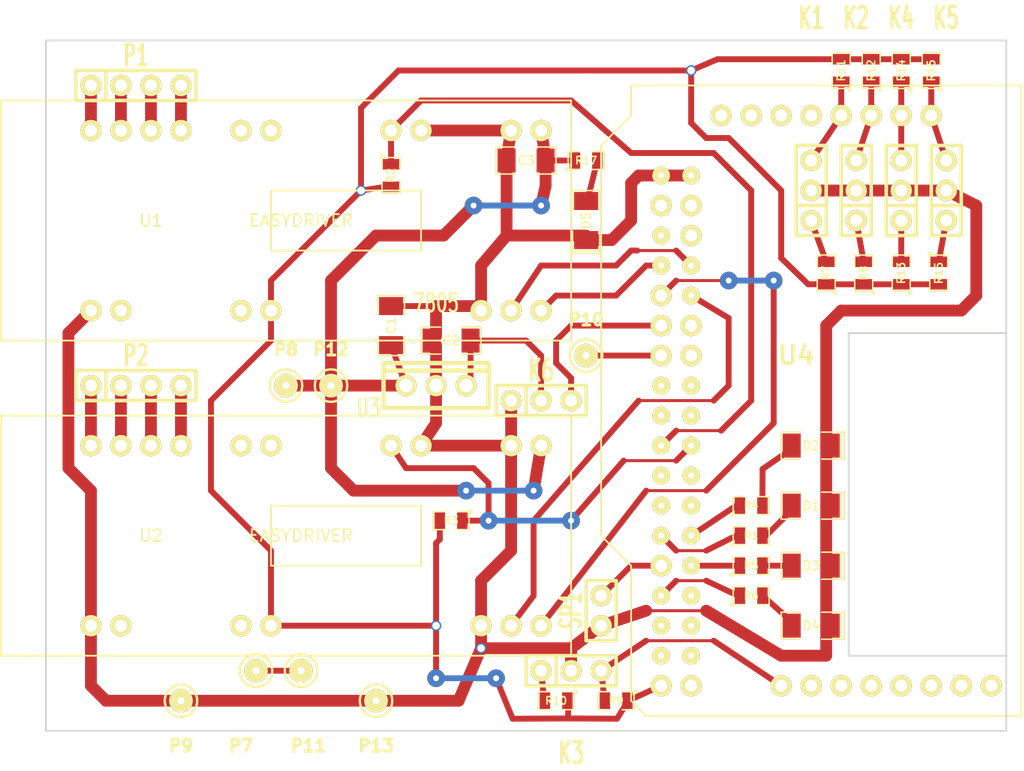
<source format=kicad_pcb>
(kicad_pcb (version 3) (host pcbnew "(2013-jul-07)-stable")

  (general
    (links 94)
    (no_connects 0)
    (area 185.044999 135.17725 288.319066 200.10275)
    (thickness 1.6)
    (drawings 7)
    (tracks 227)
    (zones 0)
    (modules 45)
    (nets 42)
  )

  (page A3)
  (title_block 
    (rev 1.0)
  )

  (layers
    (15 F.Cu signal)
    (0 B.Cu signal)
    (16 B.Adhes user)
    (17 F.Adhes user)
    (18 B.Paste user)
    (19 F.Paste user)
    (20 B.SilkS user)
    (21 F.SilkS user)
    (22 B.Mask user)
    (23 F.Mask user)
    (24 Dwgs.User user)
    (25 Cmts.User user)
    (26 Eco1.User user)
    (27 Eco2.User user)
    (28 Edge.Cuts user)
  )

  (setup
    (last_trace_width 1)
    (user_trace_width 0.254)
    (user_trace_width 0.5)
    (user_trace_width 1)
    (trace_clearance 0.3)
    (zone_clearance 0.508)
    (zone_45_only no)
    (trace_min 0.254)
    (segment_width 0.2)
    (edge_width 0.15)
    (via_size 0.889)
    (via_drill 0.635)
    (via_min_size 0.889)
    (via_min_drill 0.508)
    (user_via 1.5 0.5)
    (uvia_size 0.508)
    (uvia_drill 0.127)
    (uvias_allowed no)
    (uvia_min_size 0.508)
    (uvia_min_drill 0.127)
    (pcb_text_width 0.3)
    (pcb_text_size 1 2)
    (mod_edge_width 0.15)
    (mod_text_size 1 1)
    (mod_text_width 0.15)
    (pad_size 1.5 1.5)
    (pad_drill 0.5)
    (pad_to_mask_clearance 0)
    (aux_axis_origin 189.23 196.85)
    (visible_elements FFFFFFBF)
    (pcbplotparams
      (layerselection 32768)
      (usegerberextensions true)
      (excludeedgelayer false)
      (linewidth 0.150000)
      (plotframeref false)
      (viasonmask false)
      (mode 1)
      (useauxorigin true)
      (hpglpennumber 1)
      (hpglpenspeed 20)
      (hpglpendiameter 15)
      (hpglpenoverlay 2)
      (psnegative false)
      (psa4output false)
      (plotreference true)
      (plotvalue true)
      (plotothertext true)
      (plotinvisibletext false)
      (padsonsilk false)
      (subtractmaskfromsilk false)
      (outputformat 1)
      (mirror false)
      (drillshape 0)
      (scaleselection 1)
      (outputdirectory /media/dd_1To/PERSO_2/ELECTRON/AUTRES/CNC/kicad/cnc_circuit/gerber/))
  )

  (net 0 "")
  (net 1 +12V)
  (net 2 5V)
  (net 3 GND)
  (net 4 N-0000026)
  (net 5 N-0000034)
  (net 6 N-0000035)
  (net 7 N-0000036)
  (net 8 N-0000037)
  (net 9 N-0000038)
  (net 10 N-0000039)
  (net 11 N-0000040)
  (net 12 N-0000046)
  (net 13 N-0000048)
  (net 14 N-0000049)
  (net 15 N-0000050)
  (net 16 N-0000051)
  (net 17 N-0000052)
  (net 18 N-0000053)
  (net 19 N-0000054)
  (net 20 N-0000055)
  (net 21 N-0000056)
  (net 22 N-0000057)
  (net 23 N-0000058)
  (net 24 N-0000059)
  (net 25 N-0000060)
  (net 26 N-0000061)
  (net 27 N-0000062)
  (net 28 N-0000063)
  (net 29 N-0000064)
  (net 30 N-0000065)
  (net 31 N-0000066)
  (net 32 N-0000067)
  (net 33 N-0000068)
  (net 34 N-0000069)
  (net 35 N-0000070)
  (net 36 N-0000071)
  (net 37 N-0000072)
  (net 38 N-0000074)
  (net 39 N-0000077)
  (net 40 N-0000079)
  (net 41 N-0000080)

  (net_class Default "Ceci est la Netclass par défaut"
    (clearance 0.3)
    (trace_width 0.5)
    (via_dia 0.889)
    (via_drill 0.635)
    (uvia_dia 0.508)
    (uvia_drill 0.127)
    (add_net "")
    (add_net +12V)
    (add_net 5V)
    (add_net GND)
    (add_net N-0000026)
    (add_net N-0000034)
    (add_net N-0000035)
    (add_net N-0000036)
    (add_net N-0000037)
    (add_net N-0000038)
    (add_net N-0000039)
    (add_net N-0000040)
    (add_net N-0000046)
    (add_net N-0000048)
    (add_net N-0000049)
    (add_net N-0000050)
    (add_net N-0000051)
    (add_net N-0000052)
    (add_net N-0000053)
    (add_net N-0000054)
    (add_net N-0000055)
    (add_net N-0000056)
    (add_net N-0000057)
    (add_net N-0000058)
    (add_net N-0000059)
    (add_net N-0000060)
    (add_net N-0000061)
    (add_net N-0000062)
    (add_net N-0000063)
    (add_net N-0000064)
    (add_net N-0000065)
    (add_net N-0000066)
    (add_net N-0000067)
    (add_net N-0000068)
    (add_net N-0000069)
    (add_net N-0000070)
    (add_net N-0000071)
    (add_net N-0000072)
    (add_net N-0000074)
    (add_net N-0000077)
    (add_net N-0000079)
    (add_net N-0000080)
  )

  (module module_easy_driver4 (layer F.Cu) (tedit 553761F1) (tstamp 55376497)
    (at 210.82 153.67)
    (path /545B4CD0)
    (fp_text reference U1 (at -12.7 0) (layer F.SilkS)
      (effects (font (size 1 1) (thickness 0.15)))
    )
    (fp_text value EASYDRIVER (at 0 0) (layer F.SilkS)
      (effects (font (size 1 1) (thickness 0.15)))
    )
    (fp_line (start -2.54 -2.54) (end -2.54 2.54) (layer F.SilkS) (width 0.15))
    (fp_line (start -2.54 2.54) (end 10.16 2.54) (layer F.SilkS) (width 0.15))
    (fp_line (start 10.16 2.54) (end 10.16 -2.54) (layer F.SilkS) (width 0.15))
    (fp_line (start 10.16 -2.54) (end -2.54 -2.54) (layer F.SilkS) (width 0.15))
    (fp_line (start -25.4 10.16) (end 22.86 10.16) (layer F.SilkS) (width 0.15))
    (fp_line (start 22.86 10.16) (end 22.86 -10.16) (layer F.SilkS) (width 0.15))
    (fp_line (start 22.86 -10.16) (end -25.4 -10.16) (layer F.SilkS) (width 0.15))
    (fp_line (start -25.4 -10.16) (end -25.4 10.16) (layer F.SilkS) (width 0.15))
    (pad 1 thru_hole circle (at -17.78 7.62) (size 1.8 1.8) (drill 1)
      (layers *.Cu *.Mask F.SilkS)
      (net 3 GND)
    )
    (pad 2 thru_hole circle (at -15.24 7.62) (size 1.8 1.8) (drill 1)
      (layers *.Cu *.Mask F.SilkS)
    )
    (pad 3 thru_hole circle (at -5.08 7.62) (size 1.8 1.8) (drill 1)
      (layers *.Cu *.Mask F.SilkS)
    )
    (pad 4 thru_hole circle (at -2.54 7.62) (size 1.8 1.8) (drill 1)
      (layers *.Cu *.Mask F.SilkS)
      (net 2 5V)
    )
    (pad 5 thru_hole circle (at 15.24 7.62) (size 1.8 1.8) (drill 1)
      (layers *.Cu *.Mask F.SilkS)
      (net 3 GND)
    )
    (pad 6 thru_hole circle (at 17.78 7.62) (size 1.8 1.8) (drill 1)
      (layers *.Cu *.Mask F.SilkS)
      (net 13 N-0000048)
    )
    (pad 7 thru_hole circle (at 20.32 7.62) (size 1.8 1.8) (drill 1)
      (layers *.Cu *.Mask F.SilkS)
      (net 12 N-0000046)
    )
    (pad 8 thru_hole circle (at 20.32 -7.62) (size 1.8 1.8) (drill 1)
      (layers *.Cu *.Mask F.SilkS)
      (net 1 +12V)
    )
    (pad 9 thru_hole circle (at 17.78 -7.62) (size 1.8 1.8) (drill 1)
      (layers *.Cu *.Mask F.SilkS)
      (net 3 GND)
    )
    (pad 10 thru_hole circle (at 10.16 -7.62) (size 1.8 1.8) (drill 1)
      (layers *.Cu *.Mask F.SilkS)
      (net 3 GND)
    )
    (pad 11 thru_hole circle (at 7.62 -7.62) (size 1.8 1.8) (drill 1)
      (layers *.Cu *.Mask F.SilkS)
      (net 16 N-0000051)
    )
    (pad 12 thru_hole circle (at -2.54 -7.62) (size 1.8 1.8) (drill 1)
      (layers *.Cu *.Mask F.SilkS)
    )
    (pad 13 thru_hole circle (at -5.08 -7.62) (size 1.8 1.8) (drill 1)
      (layers *.Cu *.Mask F.SilkS)
    )
    (pad 14 thru_hole circle (at -10.16 -7.62) (size 1.8 1.8) (drill 1)
      (layers *.Cu *.Mask F.SilkS)
      (net 8 N-0000037)
    )
    (pad 15 thru_hole circle (at -12.7 -7.62) (size 1.8 1.8) (drill 1)
      (layers *.Cu *.Mask F.SilkS)
      (net 9 N-0000038)
    )
    (pad 16 thru_hole circle (at -15.24 -7.62) (size 1.8 1.8) (drill 1)
      (layers *.Cu *.Mask F.SilkS)
      (net 10 N-0000039)
    )
    (pad 17 thru_hole circle (at -17.78 -7.62) (size 1.8 1.8) (drill 1)
      (layers *.Cu *.Mask F.SilkS)
      (net 11 N-0000040)
    )
  )

  (module TO-220_V_123 (layer F.Cu) (tedit 553B8BD7) (tstamp 55376315)
    (at 222.25 167.64 90)
    (descr "Transistor MOSFET TO220")
    (tags "TR TO220 DEV")
    (path /55361BCB)
    (fp_text reference U3 (at -1.905 -5.715 180) (layer F.SilkS)
      (effects (font (size 1.524 1.016) (thickness 0.2032)))
    )
    (fp_text value 7805 (at 6.985 0 180) (layer F.SilkS)
      (effects (font (size 1.524 1.016) (thickness 0.2032)))
    )
    (fp_line (start 1.27 -4.445) (end 1.905 -4.445) (layer F.SilkS) (width 0.381))
    (fp_line (start 1.905 -4.445) (end 1.905 4.445) (layer F.SilkS) (width 0.381))
    (fp_line (start 1.905 4.445) (end 1.27 4.445) (layer F.SilkS) (width 0.381))
    (fp_line (start -1.905 -4.445) (end 1.27 -4.445) (layer F.SilkS) (width 0.381))
    (fp_line (start 1.27 -4.445) (end 1.27 4.445) (layer F.SilkS) (width 0.381))
    (fp_line (start 1.27 4.445) (end -1.905 4.445) (layer F.SilkS) (width 0.381))
    (fp_line (start -1.905 4.445) (end -1.905 -4.445) (layer F.SilkS) (width 0.381))
    (pad 1 thru_hole circle (at 0 -2.54 90) (size 1.8 1.8) (drill 1.143)
      (layers *.Cu *.Mask F.SilkS)
      (net 1 +12V)
    )
    (pad 2 thru_hole circle (at 0 0 90) (size 1.8 1.8) (drill 1.143)
      (layers *.Cu *.Mask F.SilkS)
      (net 3 GND)
    )
    (pad 3 thru_hole circle (at 0 2.54 90) (size 1.8 1.8) (drill 1.143)
      (layers *.Cu *.Mask F.SilkS)
      (net 25 N-0000060)
    )
    (model discret/to220_horiz.wrl
      (at (xyz 0 0 0))
      (scale (xyz 1 1 1))
      (rotate (xyz 0 0 0))
    )
  )

  (module SM1206 (layer F.Cu) (tedit 42806E24) (tstamp 55376321)
    (at 218.44 162.56 90)
    (path /55361BDA)
    (attr smd)
    (fp_text reference C1 (at 0 0 90) (layer F.SilkS)
      (effects (font (size 0.762 0.762) (thickness 0.127)))
    )
    (fp_text value 100nF (at 0 0 90) (layer F.SilkS) hide
      (effects (font (size 0.762 0.762) (thickness 0.127)))
    )
    (fp_line (start -2.54 -1.143) (end -2.54 1.143) (layer F.SilkS) (width 0.127))
    (fp_line (start -2.54 1.143) (end -0.889 1.143) (layer F.SilkS) (width 0.127))
    (fp_line (start 0.889 -1.143) (end 2.54 -1.143) (layer F.SilkS) (width 0.127))
    (fp_line (start 2.54 -1.143) (end 2.54 1.143) (layer F.SilkS) (width 0.127))
    (fp_line (start 2.54 1.143) (end 0.889 1.143) (layer F.SilkS) (width 0.127))
    (fp_line (start -0.889 -1.143) (end -2.54 -1.143) (layer F.SilkS) (width 0.127))
    (pad 1 smd rect (at -1.651 0 90) (size 1.524 2.032)
      (layers F.Cu F.Paste F.Mask)
      (net 1 +12V)
    )
    (pad 2 smd rect (at 1.651 0 90) (size 1.524 2.032)
      (layers F.Cu F.Paste F.Mask)
      (net 3 GND)
    )
    (model smd/chip_cms.wrl
      (at (xyz 0 0 0))
      (scale (xyz 0.17 0.16 0.16))
      (rotate (xyz 0 0 0))
    )
  )

  (module SM1206 (layer F.Cu) (tedit 5539F388) (tstamp 5537632D)
    (at 223.52 163.83 180)
    (path /55361BE9)
    (attr smd)
    (fp_text reference C2 (at 0 0 180) (layer F.SilkS)
      (effects (font (size 0.762 0.762) (thickness 0.127)))
    )
    (fp_text value 100nF (at 0 0 180) (layer F.SilkS) hide
      (effects (font (size 0.762 0.762) (thickness 0.127)))
    )
    (fp_line (start -2.54 -1.143) (end -2.54 1.143) (layer F.SilkS) (width 0.127))
    (fp_line (start -2.54 1.143) (end -0.889 1.143) (layer F.SilkS) (width 0.127))
    (fp_line (start 0.889 -1.143) (end 2.54 -1.143) (layer F.SilkS) (width 0.127))
    (fp_line (start 2.54 -1.143) (end 2.54 1.143) (layer F.SilkS) (width 0.127))
    (fp_line (start 2.54 1.143) (end 0.889 1.143) (layer F.SilkS) (width 0.127))
    (fp_line (start -0.889 -1.143) (end -2.54 -1.143) (layer F.SilkS) (width 0.127))
    (pad 1 smd rect (at -1.651 0 180) (size 1.524 2.032)
      (layers F.Cu F.Paste F.Mask)
      (net 25 N-0000060)
    )
    (pad 2 smd rect (at 1.651 0 180) (size 1.524 2.032)
      (layers F.Cu F.Paste F.Mask)
      (net 3 GND)
    )
    (model smd/chip_cms.wrl
      (at (xyz 0 0 0))
      (scale (xyz 0.17 0.16 0.16))
      (rotate (xyz 0 0 0))
    )
  )

  (module SM1206 (layer F.Cu) (tedit 42806E24) (tstamp 55376339)
    (at 229.87 148.59 180)
    (path /55374FA2)
    (attr smd)
    (fp_text reference C3 (at 0 0 180) (layer F.SilkS)
      (effects (font (size 0.762 0.762) (thickness 0.127)))
    )
    (fp_text value 100nF (at 0 0 180) (layer F.SilkS) hide
      (effects (font (size 0.762 0.762) (thickness 0.127)))
    )
    (fp_line (start -2.54 -1.143) (end -2.54 1.143) (layer F.SilkS) (width 0.127))
    (fp_line (start -2.54 1.143) (end -0.889 1.143) (layer F.SilkS) (width 0.127))
    (fp_line (start 0.889 -1.143) (end 2.54 -1.143) (layer F.SilkS) (width 0.127))
    (fp_line (start 2.54 -1.143) (end 2.54 1.143) (layer F.SilkS) (width 0.127))
    (fp_line (start 2.54 1.143) (end 0.889 1.143) (layer F.SilkS) (width 0.127))
    (fp_line (start -0.889 -1.143) (end -2.54 -1.143) (layer F.SilkS) (width 0.127))
    (pad 1 smd rect (at -1.651 0 180) (size 1.524 2.032)
      (layers F.Cu F.Paste F.Mask)
      (net 1 +12V)
    )
    (pad 2 smd rect (at 1.651 0 180) (size 1.524 2.032)
      (layers F.Cu F.Paste F.Mask)
      (net 3 GND)
    )
    (model smd/chip_cms.wrl
      (at (xyz 0 0 0))
      (scale (xyz 0.17 0.16 0.16))
      (rotate (xyz 0 0 0))
    )
  )

  (module SM0805 (layer F.Cu) (tedit 42806E04) (tstamp 55376346)
    (at 237.49 194.31 180)
    (path /5533CC76)
    (attr smd)
    (fp_text reference R9 (at 0 0 180) (layer F.SilkS)
      (effects (font (size 0.635 0.635) (thickness 0.127)))
    )
    (fp_text value 10k (at 0 0 180) (layer F.SilkS) hide
      (effects (font (size 0.635 0.635) (thickness 0.127)))
    )
    (fp_circle (center -1.651 0.762) (end -1.651 0.635) (layer F.SilkS) (width 0.127))
    (fp_line (start -0.508 0.762) (end -1.524 0.762) (layer F.SilkS) (width 0.127))
    (fp_line (start -1.524 0.762) (end -1.524 -0.762) (layer F.SilkS) (width 0.127))
    (fp_line (start -1.524 -0.762) (end -0.508 -0.762) (layer F.SilkS) (width 0.127))
    (fp_line (start 0.508 -0.762) (end 1.524 -0.762) (layer F.SilkS) (width 0.127))
    (fp_line (start 1.524 -0.762) (end 1.524 0.762) (layer F.SilkS) (width 0.127))
    (fp_line (start 1.524 0.762) (end 0.508 0.762) (layer F.SilkS) (width 0.127))
    (pad 1 smd rect (at -0.9525 0 180) (size 0.889 1.397)
      (layers F.Cu F.Paste F.Mask)
      (net 2 5V)
    )
    (pad 2 smd rect (at 0.9525 0 180) (size 0.889 1.397)
      (layers F.Cu F.Paste F.Mask)
      (net 19 N-0000054)
    )
    (model smd/chip_cms.wrl
      (at (xyz 0 0 0))
      (scale (xyz 0.1 0.1 0.1))
      (rotate (xyz 0 0 0))
    )
  )

  (module SM0805 (layer F.Cu) (tedit 42806E04) (tstamp 55376353)
    (at 248.92 180.34)
    (path /5503C1DE)
    (attr smd)
    (fp_text reference R1 (at 0 0) (layer F.SilkS)
      (effects (font (size 0.635 0.635) (thickness 0.127)))
    )
    (fp_text value 470 (at 0 0) (layer F.SilkS) hide
      (effects (font (size 0.635 0.635) (thickness 0.127)))
    )
    (fp_circle (center -1.651 0.762) (end -1.651 0.635) (layer F.SilkS) (width 0.127))
    (fp_line (start -0.508 0.762) (end -1.524 0.762) (layer F.SilkS) (width 0.127))
    (fp_line (start -1.524 0.762) (end -1.524 -0.762) (layer F.SilkS) (width 0.127))
    (fp_line (start -1.524 -0.762) (end -0.508 -0.762) (layer F.SilkS) (width 0.127))
    (fp_line (start 0.508 -0.762) (end 1.524 -0.762) (layer F.SilkS) (width 0.127))
    (fp_line (start 1.524 -0.762) (end 1.524 0.762) (layer F.SilkS) (width 0.127))
    (fp_line (start 1.524 0.762) (end 0.508 0.762) (layer F.SilkS) (width 0.127))
    (pad 1 smd rect (at -0.9525 0) (size 0.889 1.397)
      (layers F.Cu F.Paste F.Mask)
      (net 29 N-0000064)
    )
    (pad 2 smd rect (at 0.9525 0) (size 0.889 1.397)
      (layers F.Cu F.Paste F.Mask)
      (net 40 N-0000079)
    )
    (model smd/chip_cms.wrl
      (at (xyz 0 0 0))
      (scale (xyz 0.1 0.1 0.1))
      (rotate (xyz 0 0 0))
    )
  )

  (module SM0805 (layer F.Cu) (tedit 42806E04) (tstamp 55376360)
    (at 248.92 177.8)
    (path /5503BF8F)
    (attr smd)
    (fp_text reference R4 (at 0 0) (layer F.SilkS)
      (effects (font (size 0.635 0.635) (thickness 0.127)))
    )
    (fp_text value 470 (at 0 0) (layer F.SilkS) hide
      (effects (font (size 0.635 0.635) (thickness 0.127)))
    )
    (fp_circle (center -1.651 0.762) (end -1.651 0.635) (layer F.SilkS) (width 0.127))
    (fp_line (start -0.508 0.762) (end -1.524 0.762) (layer F.SilkS) (width 0.127))
    (fp_line (start -1.524 0.762) (end -1.524 -0.762) (layer F.SilkS) (width 0.127))
    (fp_line (start -1.524 -0.762) (end -0.508 -0.762) (layer F.SilkS) (width 0.127))
    (fp_line (start 0.508 -0.762) (end 1.524 -0.762) (layer F.SilkS) (width 0.127))
    (fp_line (start 1.524 -0.762) (end 1.524 0.762) (layer F.SilkS) (width 0.127))
    (fp_line (start 1.524 0.762) (end 0.508 0.762) (layer F.SilkS) (width 0.127))
    (pad 1 smd rect (at -0.9525 0) (size 0.889 1.397)
      (layers F.Cu F.Paste F.Mask)
      (net 30 N-0000065)
    )
    (pad 2 smd rect (at 0.9525 0) (size 0.889 1.397)
      (layers F.Cu F.Paste F.Mask)
      (net 41 N-0000080)
    )
    (model smd/chip_cms.wrl
      (at (xyz 0 0 0))
      (scale (xyz 0.1 0.1 0.1))
      (rotate (xyz 0 0 0))
    )
  )

  (module SM0805 (layer F.Cu) (tedit 42806E04) (tstamp 5537636D)
    (at 234.95 148.59)
    (path /55374F8B)
    (attr smd)
    (fp_text reference R17 (at 0 0) (layer F.SilkS)
      (effects (font (size 0.635 0.635) (thickness 0.127)))
    )
    (fp_text value 2k2 (at 0 0) (layer F.SilkS) hide
      (effects (font (size 0.635 0.635) (thickness 0.127)))
    )
    (fp_circle (center -1.651 0.762) (end -1.651 0.635) (layer F.SilkS) (width 0.127))
    (fp_line (start -0.508 0.762) (end -1.524 0.762) (layer F.SilkS) (width 0.127))
    (fp_line (start -1.524 0.762) (end -1.524 -0.762) (layer F.SilkS) (width 0.127))
    (fp_line (start -1.524 -0.762) (end -0.508 -0.762) (layer F.SilkS) (width 0.127))
    (fp_line (start 0.508 -0.762) (end 1.524 -0.762) (layer F.SilkS) (width 0.127))
    (fp_line (start 1.524 -0.762) (end 1.524 0.762) (layer F.SilkS) (width 0.127))
    (fp_line (start 1.524 0.762) (end 0.508 0.762) (layer F.SilkS) (width 0.127))
    (pad 1 smd rect (at -0.9525 0) (size 0.889 1.397)
      (layers F.Cu F.Paste F.Mask)
      (net 1 +12V)
    )
    (pad 2 smd rect (at 0.9525 0) (size 0.889 1.397)
      (layers F.Cu F.Paste F.Mask)
      (net 18 N-0000053)
    )
    (model smd/chip_cms.wrl
      (at (xyz 0 0 0))
      (scale (xyz 0.1 0.1 0.1))
      (rotate (xyz 0 0 0))
    )
  )

  (module SM0805 (layer F.Cu) (tedit 42806E04) (tstamp 5537637A)
    (at 218.44 149.86 270)
    (path /546ECC0A)
    (attr smd)
    (fp_text reference R2 (at 0 0 270) (layer F.SilkS)
      (effects (font (size 0.635 0.635) (thickness 0.127)))
    )
    (fp_text value 10k (at 0 0 270) (layer F.SilkS) hide
      (effects (font (size 0.635 0.635) (thickness 0.127)))
    )
    (fp_circle (center -1.651 0.762) (end -1.651 0.635) (layer F.SilkS) (width 0.127))
    (fp_line (start -0.508 0.762) (end -1.524 0.762) (layer F.SilkS) (width 0.127))
    (fp_line (start -1.524 0.762) (end -1.524 -0.762) (layer F.SilkS) (width 0.127))
    (fp_line (start -1.524 -0.762) (end -0.508 -0.762) (layer F.SilkS) (width 0.127))
    (fp_line (start 0.508 -0.762) (end 1.524 -0.762) (layer F.SilkS) (width 0.127))
    (fp_line (start 1.524 -0.762) (end 1.524 0.762) (layer F.SilkS) (width 0.127))
    (fp_line (start 1.524 0.762) (end 0.508 0.762) (layer F.SilkS) (width 0.127))
    (pad 1 smd rect (at -0.9525 0 270) (size 0.889 1.397)
      (layers F.Cu F.Paste F.Mask)
      (net 16 N-0000051)
    )
    (pad 2 smd rect (at 0.9525 0 270) (size 0.889 1.397)
      (layers F.Cu F.Paste F.Mask)
      (net 2 5V)
    )
    (model smd/chip_cms.wrl
      (at (xyz 0 0 0))
      (scale (xyz 0.1 0.1 0.1))
      (rotate (xyz 0 0 0))
    )
  )

  (module SM0805 (layer F.Cu) (tedit 42806E04) (tstamp 55376387)
    (at 223.52 179.07 180)
    (path /546ECBFA)
    (attr smd)
    (fp_text reference R3 (at 0 0 180) (layer F.SilkS)
      (effects (font (size 0.635 0.635) (thickness 0.127)))
    )
    (fp_text value 10k (at 0 0 180) (layer F.SilkS) hide
      (effects (font (size 0.635 0.635) (thickness 0.127)))
    )
    (fp_circle (center -1.651 0.762) (end -1.651 0.635) (layer F.SilkS) (width 0.127))
    (fp_line (start -0.508 0.762) (end -1.524 0.762) (layer F.SilkS) (width 0.127))
    (fp_line (start -1.524 0.762) (end -1.524 -0.762) (layer F.SilkS) (width 0.127))
    (fp_line (start -1.524 -0.762) (end -0.508 -0.762) (layer F.SilkS) (width 0.127))
    (fp_line (start 0.508 -0.762) (end 1.524 -0.762) (layer F.SilkS) (width 0.127))
    (fp_line (start 1.524 -0.762) (end 1.524 0.762) (layer F.SilkS) (width 0.127))
    (fp_line (start 1.524 0.762) (end 0.508 0.762) (layer F.SilkS) (width 0.127))
    (pad 1 smd rect (at -0.9525 0 180) (size 0.889 1.397)
      (layers F.Cu F.Paste F.Mask)
      (net 32 N-0000067)
    )
    (pad 2 smd rect (at 0.9525 0 180) (size 0.889 1.397)
      (layers F.Cu F.Paste F.Mask)
      (net 2 5V)
    )
    (model smd/chip_cms.wrl
      (at (xyz 0 0 0))
      (scale (xyz 0.1 0.1 0.1))
      (rotate (xyz 0 0 0))
    )
  )

  (module SM0805 (layer F.Cu) (tedit 42806E04) (tstamp 55376394)
    (at 248.92 182.88)
    (path /546D7A33)
    (attr smd)
    (fp_text reference R5 (at 0 0) (layer F.SilkS)
      (effects (font (size 0.635 0.635) (thickness 0.127)))
    )
    (fp_text value 1k (at 0 0) (layer F.SilkS) hide
      (effects (font (size 0.635 0.635) (thickness 0.127)))
    )
    (fp_circle (center -1.651 0.762) (end -1.651 0.635) (layer F.SilkS) (width 0.127))
    (fp_line (start -0.508 0.762) (end -1.524 0.762) (layer F.SilkS) (width 0.127))
    (fp_line (start -1.524 0.762) (end -1.524 -0.762) (layer F.SilkS) (width 0.127))
    (fp_line (start -1.524 -0.762) (end -0.508 -0.762) (layer F.SilkS) (width 0.127))
    (fp_line (start 0.508 -0.762) (end 1.524 -0.762) (layer F.SilkS) (width 0.127))
    (fp_line (start 1.524 -0.762) (end 1.524 0.762) (layer F.SilkS) (width 0.127))
    (fp_line (start 1.524 0.762) (end 0.508 0.762) (layer F.SilkS) (width 0.127))
    (pad 1 smd rect (at -0.9525 0) (size 0.889 1.397)
      (layers F.Cu F.Paste F.Mask)
      (net 14 N-0000049)
    )
    (pad 2 smd rect (at 0.9525 0) (size 0.889 1.397)
      (layers F.Cu F.Paste F.Mask)
      (net 38 N-0000074)
    )
    (model smd/chip_cms.wrl
      (at (xyz 0 0 0))
      (scale (xyz 0.1 0.1 0.1))
      (rotate (xyz 0 0 0))
    )
  )

  (module SM0805 (layer F.Cu) (tedit 42806E04) (tstamp 553763A1)
    (at 232.41 194.31 180)
    (path /5533CC5E)
    (attr smd)
    (fp_text reference R10 (at 0 0 180) (layer F.SilkS)
      (effects (font (size 0.635 0.635) (thickness 0.127)))
    )
    (fp_text value 330 (at 0 0 180) (layer F.SilkS) hide
      (effects (font (size 0.635 0.635) (thickness 0.127)))
    )
    (fp_circle (center -1.651 0.762) (end -1.651 0.635) (layer F.SilkS) (width 0.127))
    (fp_line (start -0.508 0.762) (end -1.524 0.762) (layer F.SilkS) (width 0.127))
    (fp_line (start -1.524 0.762) (end -1.524 -0.762) (layer F.SilkS) (width 0.127))
    (fp_line (start -1.524 -0.762) (end -0.508 -0.762) (layer F.SilkS) (width 0.127))
    (fp_line (start 0.508 -0.762) (end 1.524 -0.762) (layer F.SilkS) (width 0.127))
    (fp_line (start 1.524 -0.762) (end 1.524 0.762) (layer F.SilkS) (width 0.127))
    (fp_line (start 1.524 0.762) (end 0.508 0.762) (layer F.SilkS) (width 0.127))
    (pad 1 smd rect (at -0.9525 0 180) (size 0.889 1.397)
      (layers F.Cu F.Paste F.Mask)
      (net 2 5V)
    )
    (pad 2 smd rect (at 0.9525 0 180) (size 0.889 1.397)
      (layers F.Cu F.Paste F.Mask)
      (net 20 N-0000055)
    )
    (model smd/chip_cms.wrl
      (at (xyz 0 0 0))
      (scale (xyz 0.1 0.1 0.1))
      (rotate (xyz 0 0 0))
    )
  )

  (module SM0805 (layer F.Cu) (tedit 42806E04) (tstamp 553763AE)
    (at 264.795 158.115 270)
    (path /545CAC79)
    (attr smd)
    (fp_text reference R15 (at 0 0 270) (layer F.SilkS)
      (effects (font (size 0.635 0.635) (thickness 0.127)))
    )
    (fp_text value 330 (at 0 0 270) (layer F.SilkS) hide
      (effects (font (size 0.635 0.635) (thickness 0.127)))
    )
    (fp_circle (center -1.651 0.762) (end -1.651 0.635) (layer F.SilkS) (width 0.127))
    (fp_line (start -0.508 0.762) (end -1.524 0.762) (layer F.SilkS) (width 0.127))
    (fp_line (start -1.524 0.762) (end -1.524 -0.762) (layer F.SilkS) (width 0.127))
    (fp_line (start -1.524 -0.762) (end -0.508 -0.762) (layer F.SilkS) (width 0.127))
    (fp_line (start 0.508 -0.762) (end 1.524 -0.762) (layer F.SilkS) (width 0.127))
    (fp_line (start 1.524 -0.762) (end 1.524 0.762) (layer F.SilkS) (width 0.127))
    (fp_line (start 1.524 0.762) (end 0.508 0.762) (layer F.SilkS) (width 0.127))
    (pad 1 smd rect (at -0.9525 0 270) (size 0.889 1.397)
      (layers F.Cu F.Paste F.Mask)
      (net 21 N-0000056)
    )
    (pad 2 smd rect (at 0.9525 0 270) (size 0.889 1.397)
      (layers F.Cu F.Paste F.Mask)
      (net 2 5V)
    )
    (model smd/chip_cms.wrl
      (at (xyz 0 0 0))
      (scale (xyz 0.1 0.1 0.1))
      (rotate (xyz 0 0 0))
    )
  )

  (module SM0805 (layer F.Cu) (tedit 42806E04) (tstamp 553763BB)
    (at 261.62 158.115 90)
    (path /545CAC73)
    (attr smd)
    (fp_text reference R13 (at 0 0 90) (layer F.SilkS)
      (effects (font (size 0.635 0.635) (thickness 0.127)))
    )
    (fp_text value 330 (at 0 0 90) (layer F.SilkS) hide
      (effects (font (size 0.635 0.635) (thickness 0.127)))
    )
    (fp_circle (center -1.651 0.762) (end -1.651 0.635) (layer F.SilkS) (width 0.127))
    (fp_line (start -0.508 0.762) (end -1.524 0.762) (layer F.SilkS) (width 0.127))
    (fp_line (start -1.524 0.762) (end -1.524 -0.762) (layer F.SilkS) (width 0.127))
    (fp_line (start -1.524 -0.762) (end -0.508 -0.762) (layer F.SilkS) (width 0.127))
    (fp_line (start 0.508 -0.762) (end 1.524 -0.762) (layer F.SilkS) (width 0.127))
    (fp_line (start 1.524 -0.762) (end 1.524 0.762) (layer F.SilkS) (width 0.127))
    (fp_line (start 1.524 0.762) (end 0.508 0.762) (layer F.SilkS) (width 0.127))
    (pad 1 smd rect (at -0.9525 0 90) (size 0.889 1.397)
      (layers F.Cu F.Paste F.Mask)
      (net 2 5V)
    )
    (pad 2 smd rect (at 0.9525 0 90) (size 0.889 1.397)
      (layers F.Cu F.Paste F.Mask)
      (net 22 N-0000057)
    )
    (model smd/chip_cms.wrl
      (at (xyz 0 0 0))
      (scale (xyz 0.1 0.1 0.1))
      (rotate (xyz 0 0 0))
    )
  )

  (module SM0805 (layer F.Cu) (tedit 42806E04) (tstamp 553763C8)
    (at 258.445 158.115 90)
    (path /545CAC6D)
    (attr smd)
    (fp_text reference R8 (at 0 0 90) (layer F.SilkS)
      (effects (font (size 0.635 0.635) (thickness 0.127)))
    )
    (fp_text value 330 (at 0 0 90) (layer F.SilkS) hide
      (effects (font (size 0.635 0.635) (thickness 0.127)))
    )
    (fp_circle (center -1.651 0.762) (end -1.651 0.635) (layer F.SilkS) (width 0.127))
    (fp_line (start -0.508 0.762) (end -1.524 0.762) (layer F.SilkS) (width 0.127))
    (fp_line (start -1.524 0.762) (end -1.524 -0.762) (layer F.SilkS) (width 0.127))
    (fp_line (start -1.524 -0.762) (end -0.508 -0.762) (layer F.SilkS) (width 0.127))
    (fp_line (start 0.508 -0.762) (end 1.524 -0.762) (layer F.SilkS) (width 0.127))
    (fp_line (start 1.524 -0.762) (end 1.524 0.762) (layer F.SilkS) (width 0.127))
    (fp_line (start 1.524 0.762) (end 0.508 0.762) (layer F.SilkS) (width 0.127))
    (pad 1 smd rect (at -0.9525 0 90) (size 0.889 1.397)
      (layers F.Cu F.Paste F.Mask)
      (net 2 5V)
    )
    (pad 2 smd rect (at 0.9525 0 90) (size 0.889 1.397)
      (layers F.Cu F.Paste F.Mask)
      (net 23 N-0000058)
    )
    (model smd/chip_cms.wrl
      (at (xyz 0 0 0))
      (scale (xyz 0.1 0.1 0.1))
      (rotate (xyz 0 0 0))
    )
  )

  (module SM0805 (layer F.Cu) (tedit 42806E04) (tstamp 553763D5)
    (at 255.27 158.115 90)
    (path /545CAC62)
    (attr smd)
    (fp_text reference R7 (at 0 0 90) (layer F.SilkS)
      (effects (font (size 0.635 0.635) (thickness 0.127)))
    )
    (fp_text value 330 (at 0 0 90) (layer F.SilkS) hide
      (effects (font (size 0.635 0.635) (thickness 0.127)))
    )
    (fp_circle (center -1.651 0.762) (end -1.651 0.635) (layer F.SilkS) (width 0.127))
    (fp_line (start -0.508 0.762) (end -1.524 0.762) (layer F.SilkS) (width 0.127))
    (fp_line (start -1.524 0.762) (end -1.524 -0.762) (layer F.SilkS) (width 0.127))
    (fp_line (start -1.524 -0.762) (end -0.508 -0.762) (layer F.SilkS) (width 0.127))
    (fp_line (start 0.508 -0.762) (end 1.524 -0.762) (layer F.SilkS) (width 0.127))
    (fp_line (start 1.524 -0.762) (end 1.524 0.762) (layer F.SilkS) (width 0.127))
    (fp_line (start 1.524 0.762) (end 0.508 0.762) (layer F.SilkS) (width 0.127))
    (pad 1 smd rect (at -0.9525 0 90) (size 0.889 1.397)
      (layers F.Cu F.Paste F.Mask)
      (net 2 5V)
    )
    (pad 2 smd rect (at 0.9525 0 90) (size 0.889 1.397)
      (layers F.Cu F.Paste F.Mask)
      (net 24 N-0000059)
    )
    (model smd/chip_cms.wrl
      (at (xyz 0 0 0))
      (scale (xyz 0.1 0.1 0.1))
      (rotate (xyz 0 0 0))
    )
  )

  (module SM0805 (layer F.Cu) (tedit 42806E04) (tstamp 553763E2)
    (at 256.54 140.97 90)
    (path /545CAC28)
    (attr smd)
    (fp_text reference R11 (at 0 0 90) (layer F.SilkS)
      (effects (font (size 0.635 0.635) (thickness 0.127)))
    )
    (fp_text value 10k (at 0 0 90) (layer F.SilkS) hide
      (effects (font (size 0.635 0.635) (thickness 0.127)))
    )
    (fp_circle (center -1.651 0.762) (end -1.651 0.635) (layer F.SilkS) (width 0.127))
    (fp_line (start -0.508 0.762) (end -1.524 0.762) (layer F.SilkS) (width 0.127))
    (fp_line (start -1.524 0.762) (end -1.524 -0.762) (layer F.SilkS) (width 0.127))
    (fp_line (start -1.524 -0.762) (end -0.508 -0.762) (layer F.SilkS) (width 0.127))
    (fp_line (start 0.508 -0.762) (end 1.524 -0.762) (layer F.SilkS) (width 0.127))
    (fp_line (start 1.524 -0.762) (end 1.524 0.762) (layer F.SilkS) (width 0.127))
    (fp_line (start 1.524 0.762) (end 0.508 0.762) (layer F.SilkS) (width 0.127))
    (pad 1 smd rect (at -0.9525 0 90) (size 0.889 1.397)
      (layers F.Cu F.Paste F.Mask)
      (net 36 N-0000071)
    )
    (pad 2 smd rect (at 0.9525 0 90) (size 0.889 1.397)
      (layers F.Cu F.Paste F.Mask)
      (net 2 5V)
    )
    (model smd/chip_cms.wrl
      (at (xyz 0 0 0))
      (scale (xyz 0.1 0.1 0.1))
      (rotate (xyz 0 0 0))
    )
  )

  (module SM0805 (layer F.Cu) (tedit 42806E04) (tstamp 553763EF)
    (at 259.08 140.97 90)
    (path /545CAC22)
    (attr smd)
    (fp_text reference R12 (at 0 0 90) (layer F.SilkS)
      (effects (font (size 0.635 0.635) (thickness 0.127)))
    )
    (fp_text value 10k (at 0 0 90) (layer F.SilkS) hide
      (effects (font (size 0.635 0.635) (thickness 0.127)))
    )
    (fp_circle (center -1.651 0.762) (end -1.651 0.635) (layer F.SilkS) (width 0.127))
    (fp_line (start -0.508 0.762) (end -1.524 0.762) (layer F.SilkS) (width 0.127))
    (fp_line (start -1.524 0.762) (end -1.524 -0.762) (layer F.SilkS) (width 0.127))
    (fp_line (start -1.524 -0.762) (end -0.508 -0.762) (layer F.SilkS) (width 0.127))
    (fp_line (start 0.508 -0.762) (end 1.524 -0.762) (layer F.SilkS) (width 0.127))
    (fp_line (start 1.524 -0.762) (end 1.524 0.762) (layer F.SilkS) (width 0.127))
    (fp_line (start 1.524 0.762) (end 0.508 0.762) (layer F.SilkS) (width 0.127))
    (pad 1 smd rect (at -0.9525 0 90) (size 0.889 1.397)
      (layers F.Cu F.Paste F.Mask)
      (net 37 N-0000072)
    )
    (pad 2 smd rect (at 0.9525 0 90) (size 0.889 1.397)
      (layers F.Cu F.Paste F.Mask)
      (net 2 5V)
    )
    (model smd/chip_cms.wrl
      (at (xyz 0 0 0))
      (scale (xyz 0.1 0.1 0.1))
      (rotate (xyz 0 0 0))
    )
  )

  (module SM0805 (layer F.Cu) (tedit 42806E04) (tstamp 553763FC)
    (at 264.16 140.97 90)
    (path /545CAC1C)
    (attr smd)
    (fp_text reference R16 (at 0 0 90) (layer F.SilkS)
      (effects (font (size 0.635 0.635) (thickness 0.127)))
    )
    (fp_text value 10k (at 0 0 90) (layer F.SilkS) hide
      (effects (font (size 0.635 0.635) (thickness 0.127)))
    )
    (fp_circle (center -1.651 0.762) (end -1.651 0.635) (layer F.SilkS) (width 0.127))
    (fp_line (start -0.508 0.762) (end -1.524 0.762) (layer F.SilkS) (width 0.127))
    (fp_line (start -1.524 0.762) (end -1.524 -0.762) (layer F.SilkS) (width 0.127))
    (fp_line (start -1.524 -0.762) (end -0.508 -0.762) (layer F.SilkS) (width 0.127))
    (fp_line (start 0.508 -0.762) (end 1.524 -0.762) (layer F.SilkS) (width 0.127))
    (fp_line (start 1.524 -0.762) (end 1.524 0.762) (layer F.SilkS) (width 0.127))
    (fp_line (start 1.524 0.762) (end 0.508 0.762) (layer F.SilkS) (width 0.127))
    (pad 1 smd rect (at -0.9525 0 90) (size 0.889 1.397)
      (layers F.Cu F.Paste F.Mask)
      (net 34 N-0000069)
    )
    (pad 2 smd rect (at 0.9525 0 90) (size 0.889 1.397)
      (layers F.Cu F.Paste F.Mask)
      (net 2 5V)
    )
    (model smd/chip_cms.wrl
      (at (xyz 0 0 0))
      (scale (xyz 0.1 0.1 0.1))
      (rotate (xyz 0 0 0))
    )
  )

  (module SM0805 (layer F.Cu) (tedit 42806E04) (tstamp 55376409)
    (at 261.62 140.97 90)
    (path /545CAC04)
    (attr smd)
    (fp_text reference R14 (at 0 0 90) (layer F.SilkS)
      (effects (font (size 0.635 0.635) (thickness 0.127)))
    )
    (fp_text value 10k (at 0 0 90) (layer F.SilkS) hide
      (effects (font (size 0.635 0.635) (thickness 0.127)))
    )
    (fp_circle (center -1.651 0.762) (end -1.651 0.635) (layer F.SilkS) (width 0.127))
    (fp_line (start -0.508 0.762) (end -1.524 0.762) (layer F.SilkS) (width 0.127))
    (fp_line (start -1.524 0.762) (end -1.524 -0.762) (layer F.SilkS) (width 0.127))
    (fp_line (start -1.524 -0.762) (end -0.508 -0.762) (layer F.SilkS) (width 0.127))
    (fp_line (start 0.508 -0.762) (end 1.524 -0.762) (layer F.SilkS) (width 0.127))
    (fp_line (start 1.524 -0.762) (end 1.524 0.762) (layer F.SilkS) (width 0.127))
    (fp_line (start 1.524 0.762) (end 0.508 0.762) (layer F.SilkS) (width 0.127))
    (pad 1 smd rect (at -0.9525 0 90) (size 0.889 1.397)
      (layers F.Cu F.Paste F.Mask)
      (net 35 N-0000070)
    )
    (pad 2 smd rect (at 0.9525 0 90) (size 0.889 1.397)
      (layers F.Cu F.Paste F.Mask)
      (net 2 5V)
    )
    (model smd/chip_cms.wrl
      (at (xyz 0 0 0))
      (scale (xyz 0.1 0.1 0.1))
      (rotate (xyz 0 0 0))
    )
  )

  (module SM0805 (layer F.Cu) (tedit 42806E04) (tstamp 55376416)
    (at 248.92 185.42)
    (path /545C7496)
    (attr smd)
    (fp_text reference R6 (at 0 0) (layer F.SilkS)
      (effects (font (size 0.635 0.635) (thickness 0.127)))
    )
    (fp_text value 1k (at 0 0) (layer F.SilkS) hide
      (effects (font (size 0.635 0.635) (thickness 0.127)))
    )
    (fp_circle (center -1.651 0.762) (end -1.651 0.635) (layer F.SilkS) (width 0.127))
    (fp_line (start -0.508 0.762) (end -1.524 0.762) (layer F.SilkS) (width 0.127))
    (fp_line (start -1.524 0.762) (end -1.524 -0.762) (layer F.SilkS) (width 0.127))
    (fp_line (start -1.524 -0.762) (end -0.508 -0.762) (layer F.SilkS) (width 0.127))
    (fp_line (start 0.508 -0.762) (end 1.524 -0.762) (layer F.SilkS) (width 0.127))
    (fp_line (start 1.524 -0.762) (end 1.524 0.762) (layer F.SilkS) (width 0.127))
    (fp_line (start 1.524 0.762) (end 0.508 0.762) (layer F.SilkS) (width 0.127))
    (pad 1 smd rect (at -0.9525 0) (size 0.889 1.397)
      (layers F.Cu F.Paste F.Mask)
      (net 33 N-0000068)
    )
    (pad 2 smd rect (at 0.9525 0) (size 0.889 1.397)
      (layers F.Cu F.Paste F.Mask)
      (net 39 N-0000077)
    )
    (model smd/chip_cms.wrl
      (at (xyz 0 0 0))
      (scale (xyz 0.1 0.1 0.1))
      (rotate (xyz 0 0 0))
    )
  )

  (module SIL-4 (layer F.Cu) (tedit 553B405C) (tstamp 55376425)
    (at 196.85 167.64)
    (descr "Connecteur 4 pibs")
    (tags "CONN DEV")
    (path /55375CFB)
    (fp_text reference P2 (at 0 -2.54) (layer F.SilkS)
      (effects (font (size 1.73482 1.08712) (thickness 0.3048)))
    )
    (fp_text value CONN_4 (at 0 -2.54) (layer F.SilkS) hide
      (effects (font (size 1.524 1.016) (thickness 0.3048)))
    )
    (fp_line (start -5.08 -1.27) (end -5.08 -1.27) (layer F.SilkS) (width 0.3048))
    (fp_line (start -5.08 1.27) (end -5.08 -1.27) (layer F.SilkS) (width 0.3048))
    (fp_line (start -5.08 -1.27) (end -5.08 -1.27) (layer F.SilkS) (width 0.3048))
    (fp_line (start -5.08 -1.27) (end 5.08 -1.27) (layer F.SilkS) (width 0.3048))
    (fp_line (start 5.08 -1.27) (end 5.08 1.27) (layer F.SilkS) (width 0.3048))
    (fp_line (start 5.08 1.27) (end -5.08 1.27) (layer F.SilkS) (width 0.3048))
    (fp_line (start -2.54 1.27) (end -2.54 -1.27) (layer F.SilkS) (width 0.3048))
    (pad 1 thru_hole circle (at -3.81 0) (size 1.8 1.8) (drill 1)
      (layers *.Cu *.Mask F.SilkS)
      (net 7 N-0000036)
    )
    (pad 2 thru_hole circle (at -1.27 0) (size 1.8 1.8) (drill 1)
      (layers *.Cu *.Mask F.SilkS)
      (net 6 N-0000035)
    )
    (pad 3 thru_hole circle (at 1.27 0) (size 1.8 1.8) (drill 1)
      (layers *.Cu *.Mask F.SilkS)
      (net 4 N-0000026)
    )
    (pad 4 thru_hole circle (at 3.81 0) (size 1.8 1.8) (drill 1)
      (layers *.Cu *.Mask F.SilkS)
      (net 5 N-0000034)
    )
  )

  (module SIL-4 (layer F.Cu) (tedit 553B42D3) (tstamp 55376434)
    (at 196.85 142.24)
    (descr "Connecteur 4 pibs")
    (tags "CONN DEV")
    (path /55375CE4)
    (fp_text reference P1 (at 0 -2.54) (layer F.SilkS)
      (effects (font (size 1.73482 1.08712) (thickness 0.3048)))
    )
    (fp_text value CONN_4 (at 0 -2.54) (layer F.SilkS) hide
      (effects (font (size 1.524 1.016) (thickness 0.3048)))
    )
    (fp_line (start -5.08 -1.27) (end -5.08 -1.27) (layer F.SilkS) (width 0.3048))
    (fp_line (start -5.08 1.27) (end -5.08 -1.27) (layer F.SilkS) (width 0.3048))
    (fp_line (start -5.08 -1.27) (end -5.08 -1.27) (layer F.SilkS) (width 0.3048))
    (fp_line (start -5.08 -1.27) (end 5.08 -1.27) (layer F.SilkS) (width 0.3048))
    (fp_line (start 5.08 -1.27) (end 5.08 1.27) (layer F.SilkS) (width 0.3048))
    (fp_line (start 5.08 1.27) (end -5.08 1.27) (layer F.SilkS) (width 0.3048))
    (fp_line (start -2.54 1.27) (end -2.54 -1.27) (layer F.SilkS) (width 0.3048))
    (pad 1 thru_hole circle (at -3.81 0) (size 1.8 1.8) (drill 1)
      (layers *.Cu *.Mask F.SilkS)
      (net 11 N-0000040)
    )
    (pad 2 thru_hole circle (at -1.27 0) (size 1.8 1.8) (drill 1)
      (layers *.Cu *.Mask F.SilkS)
      (net 10 N-0000039)
    )
    (pad 3 thru_hole circle (at 1.27 0) (size 1.8 1.8) (drill 1)
      (layers *.Cu *.Mask F.SilkS)
      (net 9 N-0000038)
    )
    (pad 4 thru_hole circle (at 3.81 0) (size 1.8 1.8) (drill 1)
      (layers *.Cu *.Mask F.SilkS)
      (net 8 N-0000037)
    )
  )

  (module SIL-3 (layer F.Cu) (tedit 553B4040) (tstamp 55376440)
    (at 265.43 151.13 90)
    (descr "Connecteur 3 pins")
    (tags "CONN DEV")
    (path /553748CA)
    (fp_text reference K5 (at 14.605 0 180) (layer F.SilkS)
      (effects (font (size 1.7907 1.07696) (thickness 0.3048)))
    )
    (fp_text value CONN_3 (at 0 -2.54 90) (layer F.SilkS) hide
      (effects (font (size 1.524 1.016) (thickness 0.3048)))
    )
    (fp_line (start -3.81 1.27) (end -3.81 -1.27) (layer F.SilkS) (width 0.3048))
    (fp_line (start -3.81 -1.27) (end 3.81 -1.27) (layer F.SilkS) (width 0.3048))
    (fp_line (start 3.81 -1.27) (end 3.81 1.27) (layer F.SilkS) (width 0.3048))
    (fp_line (start 3.81 1.27) (end -3.81 1.27) (layer F.SilkS) (width 0.3048))
    (fp_line (start -1.27 -1.27) (end -1.27 1.27) (layer F.SilkS) (width 0.3048))
    (pad 1 thru_hole circle (at -2.54 0 90) (size 1.8 1.8) (drill 1)
      (layers *.Cu *.Mask F.SilkS)
      (net 21 N-0000056)
    )
    (pad 2 thru_hole circle (at 0 0 90) (size 1.8 1.8) (drill 1)
      (layers *.Cu *.Mask F.SilkS)
      (net 3 GND)
    )
    (pad 3 thru_hole circle (at 2.54 0 90) (size 1.8 1.8) (drill 1)
      (layers *.Cu *.Mask F.SilkS)
      (net 34 N-0000069)
    )
  )

  (module SIL-3 (layer F.Cu) (tedit 553B4339) (tstamp 5537644C)
    (at 233.68 191.77)
    (descr "Connecteur 3 pins")
    (tags "CONN DEV")
    (path /55374D6F)
    (fp_text reference K3 (at 0 6.985) (layer F.SilkS)
      (effects (font (size 1.7907 1.07696) (thickness 0.3048)))
    )
    (fp_text value CONN_3 (at 0 -2.54) (layer F.SilkS) hide
      (effects (font (size 1.524 1.016) (thickness 0.3048)))
    )
    (fp_line (start -3.81 1.27) (end -3.81 -1.27) (layer F.SilkS) (width 0.3048))
    (fp_line (start -3.81 -1.27) (end 3.81 -1.27) (layer F.SilkS) (width 0.3048))
    (fp_line (start 3.81 -1.27) (end 3.81 1.27) (layer F.SilkS) (width 0.3048))
    (fp_line (start 3.81 1.27) (end -3.81 1.27) (layer F.SilkS) (width 0.3048))
    (fp_line (start -1.27 -1.27) (end -1.27 1.27) (layer F.SilkS) (width 0.3048))
    (pad 1 thru_hole circle (at -2.54 0) (size 1.8 1.8) (drill 1)
      (layers *.Cu *.Mask F.SilkS)
      (net 20 N-0000055)
    )
    (pad 2 thru_hole circle (at 0 0) (size 1.8 1.8) (drill 1)
      (layers *.Cu *.Mask F.SilkS)
      (net 3 GND)
    )
    (pad 3 thru_hole circle (at 2.54 0) (size 1.8 1.8) (drill 1)
      (layers *.Cu *.Mask F.SilkS)
      (net 19 N-0000054)
    )
  )

  (module SIL-3 (layer F.Cu) (tedit 553B403A) (tstamp 55376458)
    (at 261.62 151.13 90)
    (descr "Connecteur 3 pins")
    (tags "CONN DEV")
    (path /553748C4)
    (fp_text reference K4 (at 14.605 0 180) (layer F.SilkS)
      (effects (font (size 1.7907 1.07696) (thickness 0.3048)))
    )
    (fp_text value CONN_3 (at 0 -2.54 90) (layer F.SilkS) hide
      (effects (font (size 1.524 1.016) (thickness 0.3048)))
    )
    (fp_line (start -3.81 1.27) (end -3.81 -1.27) (layer F.SilkS) (width 0.3048))
    (fp_line (start -3.81 -1.27) (end 3.81 -1.27) (layer F.SilkS) (width 0.3048))
    (fp_line (start 3.81 -1.27) (end 3.81 1.27) (layer F.SilkS) (width 0.3048))
    (fp_line (start 3.81 1.27) (end -3.81 1.27) (layer F.SilkS) (width 0.3048))
    (fp_line (start -1.27 -1.27) (end -1.27 1.27) (layer F.SilkS) (width 0.3048))
    (pad 1 thru_hole circle (at -2.54 0 90) (size 1.8 1.8) (drill 1)
      (layers *.Cu *.Mask F.SilkS)
      (net 22 N-0000057)
    )
    (pad 2 thru_hole circle (at 0 0 90) (size 1.8 1.8) (drill 1)
      (layers *.Cu *.Mask F.SilkS)
      (net 3 GND)
    )
    (pad 3 thru_hole circle (at 2.54 0 90) (size 1.8 1.8) (drill 1)
      (layers *.Cu *.Mask F.SilkS)
      (net 35 N-0000070)
    )
  )

  (module SIL-3 (layer F.Cu) (tedit 553B4032) (tstamp 55376464)
    (at 257.81 151.13 90)
    (descr "Connecteur 3 pins")
    (tags "CONN DEV")
    (path /553748BE)
    (fp_text reference K2 (at 14.605 0 180) (layer F.SilkS)
      (effects (font (size 1.7907 1.07696) (thickness 0.3048)))
    )
    (fp_text value CONN_3 (at 0 -2.54 90) (layer F.SilkS) hide
      (effects (font (size 1.524 1.016) (thickness 0.3048)))
    )
    (fp_line (start -3.81 1.27) (end -3.81 -1.27) (layer F.SilkS) (width 0.3048))
    (fp_line (start -3.81 -1.27) (end 3.81 -1.27) (layer F.SilkS) (width 0.3048))
    (fp_line (start 3.81 -1.27) (end 3.81 1.27) (layer F.SilkS) (width 0.3048))
    (fp_line (start 3.81 1.27) (end -3.81 1.27) (layer F.SilkS) (width 0.3048))
    (fp_line (start -1.27 -1.27) (end -1.27 1.27) (layer F.SilkS) (width 0.3048))
    (pad 1 thru_hole circle (at -2.54 0 90) (size 1.8 1.8) (drill 1)
      (layers *.Cu *.Mask F.SilkS)
      (net 23 N-0000058)
    )
    (pad 2 thru_hole circle (at 0 0 90) (size 1.8 1.8) (drill 1)
      (layers *.Cu *.Mask F.SilkS)
      (net 3 GND)
    )
    (pad 3 thru_hole circle (at 2.54 0 90) (size 1.8 1.8) (drill 1)
      (layers *.Cu *.Mask F.SilkS)
      (net 37 N-0000072)
    )
  )

  (module SIL-3 (layer F.Cu) (tedit 553B402B) (tstamp 55376470)
    (at 254 151.13 90)
    (descr "Connecteur 3 pins")
    (tags "CONN DEV")
    (path /553748B1)
    (fp_text reference K1 (at 14.605 0 180) (layer F.SilkS)
      (effects (font (size 1.7907 1.07696) (thickness 0.3048)))
    )
    (fp_text value CONN_3 (at 0 -2.54 90) (layer F.SilkS) hide
      (effects (font (size 1.524 1.016) (thickness 0.3048)))
    )
    (fp_line (start -3.81 1.27) (end -3.81 -1.27) (layer F.SilkS) (width 0.3048))
    (fp_line (start -3.81 -1.27) (end 3.81 -1.27) (layer F.SilkS) (width 0.3048))
    (fp_line (start 3.81 -1.27) (end 3.81 1.27) (layer F.SilkS) (width 0.3048))
    (fp_line (start 3.81 1.27) (end -3.81 1.27) (layer F.SilkS) (width 0.3048))
    (fp_line (start -1.27 -1.27) (end -1.27 1.27) (layer F.SilkS) (width 0.3048))
    (pad 1 thru_hole circle (at -2.54 0 90) (size 1.8 1.8) (drill 1)
      (layers *.Cu *.Mask F.SilkS)
      (net 24 N-0000059)
    )
    (pad 2 thru_hole circle (at 0 0 90) (size 1.8 1.8) (drill 1)
      (layers *.Cu *.Mask F.SilkS)
      (net 3 GND)
    )
    (pad 3 thru_hole circle (at 2.54 0 90) (size 1.8 1.8) (drill 1)
      (layers *.Cu *.Mask F.SilkS)
      (net 36 N-0000071)
    )
  )

  (module SIL-2 (layer F.Cu) (tedit 553B4327) (tstamp 5537647A)
    (at 236.22 186.69 90)
    (descr "Connecteurs 2 pins")
    (tags "CONN DEV")
    (path /55029569)
    (fp_text reference SP1 (at 0 -2.54 90) (layer F.SilkS)
      (effects (font (size 1.72974 1.08712) (thickness 0.3048)))
    )
    (fp_text value BUZZER (at 0 -2.54 90) (layer F.SilkS) hide
      (effects (font (size 1.524 1.016) (thickness 0.3048)))
    )
    (fp_line (start -2.54 1.27) (end -2.54 -1.27) (layer F.SilkS) (width 0.3048))
    (fp_line (start -2.54 -1.27) (end 2.54 -1.27) (layer F.SilkS) (width 0.3048))
    (fp_line (start 2.54 -1.27) (end 2.54 1.27) (layer F.SilkS) (width 0.3048))
    (fp_line (start 2.54 1.27) (end -2.54 1.27) (layer F.SilkS) (width 0.3048))
    (pad 1 thru_hole circle (at -1.27 0 90) (size 1.8 1.8) (drill 1)
      (layers *.Cu *.Mask F.SilkS)
      (net 3 GND)
    )
    (pad 2 thru_hole circle (at 1.27 0 90) (size 1.8 1.8) (drill 1)
      (layers *.Cu *.Mask F.SilkS)
      (net 31 N-0000066)
    )
  )

  (module module_easy_driver4 (layer F.Cu) (tedit 553761F1) (tstamp 553764B4)
    (at 210.82 180.34)
    (path /545B4CDD)
    (fp_text reference U2 (at -12.7 0) (layer F.SilkS)
      (effects (font (size 1 1) (thickness 0.15)))
    )
    (fp_text value EASYDRIVER (at 0 0) (layer F.SilkS)
      (effects (font (size 1 1) (thickness 0.15)))
    )
    (fp_line (start -2.54 -2.54) (end -2.54 2.54) (layer F.SilkS) (width 0.15))
    (fp_line (start -2.54 2.54) (end 10.16 2.54) (layer F.SilkS) (width 0.15))
    (fp_line (start 10.16 2.54) (end 10.16 -2.54) (layer F.SilkS) (width 0.15))
    (fp_line (start 10.16 -2.54) (end -2.54 -2.54) (layer F.SilkS) (width 0.15))
    (fp_line (start -25.4 10.16) (end 22.86 10.16) (layer F.SilkS) (width 0.15))
    (fp_line (start 22.86 10.16) (end 22.86 -10.16) (layer F.SilkS) (width 0.15))
    (fp_line (start 22.86 -10.16) (end -25.4 -10.16) (layer F.SilkS) (width 0.15))
    (fp_line (start -25.4 -10.16) (end -25.4 10.16) (layer F.SilkS) (width 0.15))
    (pad 1 thru_hole circle (at -17.78 7.62) (size 1.8 1.8) (drill 1)
      (layers *.Cu *.Mask F.SilkS)
      (net 3 GND)
    )
    (pad 2 thru_hole circle (at -15.24 7.62) (size 1.8 1.8) (drill 1)
      (layers *.Cu *.Mask F.SilkS)
    )
    (pad 3 thru_hole circle (at -5.08 7.62) (size 1.8 1.8) (drill 1)
      (layers *.Cu *.Mask F.SilkS)
    )
    (pad 4 thru_hole circle (at -2.54 7.62) (size 1.8 1.8) (drill 1)
      (layers *.Cu *.Mask F.SilkS)
      (net 2 5V)
    )
    (pad 5 thru_hole circle (at 15.24 7.62) (size 1.8 1.8) (drill 1)
      (layers *.Cu *.Mask F.SilkS)
      (net 3 GND)
    )
    (pad 6 thru_hole circle (at 17.78 7.62) (size 1.8 1.8) (drill 1)
      (layers *.Cu *.Mask F.SilkS)
      (net 17 N-0000052)
    )
    (pad 7 thru_hole circle (at 20.32 7.62) (size 1.8 1.8) (drill 1)
      (layers *.Cu *.Mask F.SilkS)
      (net 15 N-0000050)
    )
    (pad 8 thru_hole circle (at 20.32 -7.62) (size 1.8 1.8) (drill 1)
      (layers *.Cu *.Mask F.SilkS)
      (net 1 +12V)
    )
    (pad 9 thru_hole circle (at 17.78 -7.62) (size 1.8 1.8) (drill 1)
      (layers *.Cu *.Mask F.SilkS)
      (net 3 GND)
    )
    (pad 10 thru_hole circle (at 10.16 -7.62) (size 1.8 1.8) (drill 1)
      (layers *.Cu *.Mask F.SilkS)
      (net 3 GND)
    )
    (pad 11 thru_hole circle (at 7.62 -7.62) (size 1.8 1.8) (drill 1)
      (layers *.Cu *.Mask F.SilkS)
      (net 32 N-0000067)
    )
    (pad 12 thru_hole circle (at -2.54 -7.62) (size 1.8 1.8) (drill 1)
      (layers *.Cu *.Mask F.SilkS)
    )
    (pad 13 thru_hole circle (at -5.08 -7.62) (size 1.8 1.8) (drill 1)
      (layers *.Cu *.Mask F.SilkS)
    )
    (pad 14 thru_hole circle (at -10.16 -7.62) (size 1.8 1.8) (drill 1)
      (layers *.Cu *.Mask F.SilkS)
      (net 5 N-0000034)
    )
    (pad 15 thru_hole circle (at -12.7 -7.62) (size 1.8 1.8) (drill 1)
      (layers *.Cu *.Mask F.SilkS)
      (net 4 N-0000026)
    )
    (pad 16 thru_hole circle (at -15.24 -7.62) (size 1.8 1.8) (drill 1)
      (layers *.Cu *.Mask F.SilkS)
      (net 6 N-0000035)
    )
    (pad 17 thru_hole circle (at -17.78 -7.62) (size 1.8 1.8) (drill 1)
      (layers *.Cu *.Mask F.SilkS)
      (net 7 N-0000036)
    )
  )

  (module E-S (layer F.Cu) (tedit 553B86FA) (tstamp 55376537)
    (at 207.01 191.77)
    (descr "module 1 pin (ou trou mecanique de percage)")
    (tags DEV)
    (path /55374C7E)
    (fp_text reference P7 (at -1.27 6.35) (layer F.SilkS)
      (effects (font (size 1.016 1.016) (thickness 0.254)))
    )
    (fp_text value CONN_1 (at 0 2.794) (layer F.SilkS) hide
      (effects (font (size 1.016 1.016) (thickness 0.254)))
    )
    (fp_circle (center 0 0) (end 1.143 0.762) (layer F.SilkS) (width 0.20066))
    (pad 1 thru_hole circle (at 0 0) (size 1.99898 1.99898) (drill 0.59972)
      (layers *.Cu *.Mask F.SilkS)
      (net 28 N-0000063)
    )
  )

  (module E-S (layer F.Cu) (tedit 505823CE) (tstamp 55376543)
    (at 213.36 167.64)
    (descr "module 1 pin (ou trou mecanique de percage)")
    (tags DEV)
    (path /55361F41)
    (fp_text reference P12 (at 0 -3.048) (layer F.SilkS)
      (effects (font (size 1.016 1.016) (thickness 0.254)))
    )
    (fp_text value CONN_1 (at 0 2.794) (layer F.SilkS) hide
      (effects (font (size 1.016 1.016) (thickness 0.254)))
    )
    (fp_circle (center 0 0) (end 1.143 0.762) (layer F.SilkS) (width 0.20066))
    (pad 1 thru_hole circle (at 0 0) (size 1.99898 1.99898) (drill 0.59972)
      (layers *.Cu *.Mask F.SilkS)
      (net 1 +12V)
    )
  )

  (module E-S (layer F.Cu) (tedit 553B86FE) (tstamp 55376549)
    (at 217.17 194.31)
    (descr "module 1 pin (ou trou mecanique de percage)")
    (tags DEV)
    (path /55361F2F)
    (fp_text reference P13 (at 0 3.81) (layer F.SilkS)
      (effects (font (size 1.016 1.016) (thickness 0.254)))
    )
    (fp_text value CONN_1 (at 0 2.794) (layer F.SilkS) hide
      (effects (font (size 1.016 1.016) (thickness 0.254)))
    )
    (fp_circle (center 0 0) (end 1.143 0.762) (layer F.SilkS) (width 0.20066))
    (pad 1 thru_hole circle (at 0 0) (size 1.99898 1.99898) (drill 0.59972)
      (layers *.Cu *.Mask F.SilkS)
      (net 3 GND)
    )
  )

  (module E-S (layer F.Cu) (tedit 505823CE) (tstamp 5537654F)
    (at 234.95 165.1)
    (descr "module 1 pin (ou trou mecanique de percage)")
    (tags DEV)
    (path /55361DB1)
    (fp_text reference P10 (at 0 -3.048) (layer F.SilkS)
      (effects (font (size 1.016 1.016) (thickness 0.254)))
    )
    (fp_text value CONN_1 (at 0 2.794) (layer F.SilkS) hide
      (effects (font (size 1.016 1.016) (thickness 0.254)))
    )
    (fp_circle (center 0 0) (end 1.143 0.762) (layer F.SilkS) (width 0.20066))
    (pad 1 thru_hole circle (at 0 0) (size 1.99898 1.99898) (drill 0.59972)
      (layers *.Cu *.Mask F.SilkS)
      (net 27 N-0000062)
    )
  )

  (module E-S (layer F.Cu) (tedit 553B86F7) (tstamp 5537655B)
    (at 210.82 191.77)
    (descr "module 1 pin (ou trou mecanique de percage)")
    (tags DEV)
    (path /55277B79)
    (fp_text reference P11 (at 0.635 6.35) (layer F.SilkS)
      (effects (font (size 1.016 1.016) (thickness 0.254)))
    )
    (fp_text value CONN_1 (at 0 2.794) (layer F.SilkS) hide
      (effects (font (size 1.016 1.016) (thickness 0.254)))
    )
    (fp_circle (center 0 0) (end 1.143 0.762) (layer F.SilkS) (width 0.20066))
    (pad 1 thru_hole circle (at 0 0) (size 1.99898 1.99898) (drill 0.59972)
      (layers *.Cu *.Mask F.SilkS)
      (net 28 N-0000063)
    )
  )

  (module E-S (layer F.Cu) (tedit 553B2E0E) (tstamp 55376567)
    (at 200.66 194.31)
    (descr "module 1 pin (ou trou mecanique de percage)")
    (tags DEV)
    (path /546C2A67)
    (fp_text reference P9 (at 0 3.81) (layer F.SilkS)
      (effects (font (size 1.016 1.016) (thickness 0.254)))
    )
    (fp_text value CONN_1 (at 0 2.794) (layer F.SilkS) hide
      (effects (font (size 1.016 1.016) (thickness 0.254)))
    )
    (fp_circle (center 0 0) (end 1.143 0.762) (layer F.SilkS) (width 0.20066))
    (pad 1 thru_hole circle (at 0 0) (size 1.99898 1.99898) (drill 0.59972)
      (layers *.Cu *.Mask F.SilkS)
      (net 3 GND)
    )
  )

  (module E-S (layer F.Cu) (tedit 505823CE) (tstamp 5537656D)
    (at 209.55 167.64)
    (descr "module 1 pin (ou trou mecanique de percage)")
    (tags DEV)
    (path /546C2A5A)
    (fp_text reference P8 (at 0 -3.048) (layer F.SilkS)
      (effects (font (size 1.016 1.016) (thickness 0.254)))
    )
    (fp_text value CONN_1 (at 0 2.794) (layer F.SilkS) hide
      (effects (font (size 1.016 1.016) (thickness 0.254)))
    )
    (fp_circle (center 0 0) (end 1.143 0.762) (layer F.SilkS) (width 0.20066))
    (pad 1 thru_hole circle (at 0 0) (size 1.99898 1.99898) (drill 0.59972)
      (layers *.Cu *.Mask F.SilkS)
      (net 1 +12V)
    )
  )

  (module arduino_mega2560_partiel1 (layer F.Cu) (tedit 553E2A64) (tstamp 55383BC8)
    (at 271.78 142.24 180)
    (path /55374788)
    (fp_text reference U4 (at 19.05 -22.86 180) (layer F.SilkS)
      (effects (font (size 1.524 1.524) (thickness 0.3048)))
    )
    (fp_text value ARDUINO_MEGA2560_PARTIEL1 (at 5.08 -54.61 180) (layer F.SilkS) hide
      (effects (font (size 1.524 1.524) (thickness 0.3048)))
    )
    (fp_line (start 0 -53.34) (end 0 0) (layer F.SilkS) (width 0.15))
    (fp_line (start 0 0) (end 33.02 0) (layer F.SilkS) (width 0.15))
    (fp_line (start 33.02 0) (end 33.02 -2.54) (layer F.SilkS) (width 0.15))
    (fp_line (start 33.02 -2.54) (end 35.56 -5.08) (layer F.SilkS) (width 0.15))
    (fp_line (start 35.56 -5.08) (end 35.56 -38.1) (layer F.SilkS) (width 0.15))
    (fp_line (start 35.56 -38.1) (end 33.02 -40.64) (layer F.SilkS) (width 0.15))
    (fp_line (start 33.02 -40.64) (end 33.02 -52.07) (layer F.SilkS) (width 0.15))
    (fp_line (start 33.02 -52.07) (end 31.75 -53.34) (layer F.SilkS) (width 0.15))
    (fp_line (start 31.75 -53.34) (end 0 -53.34) (layer F.SilkS) (width 0.15))
    (pad 107 thru_hole circle (at 2.54 -50.8 180) (size 1.8 1.8) (drill 1)
      (layers *.Cu *.Mask F.SilkS)
    )
    (pad 106 thru_hole circle (at 5.08 -50.8 180) (size 1.8 1.8) (drill 1)
      (layers *.Cu *.Mask F.SilkS)
    )
    (pad 105 thru_hole circle (at 7.62 -50.8 180) (size 1.8 1.8) (drill 1)
      (layers *.Cu *.Mask F.SilkS)
    )
    (pad 104 thru_hole circle (at 10.16 -50.8 180) (size 1.8 1.8) (drill 1)
      (layers *.Cu *.Mask F.SilkS)
    )
    (pad 103 thru_hole circle (at 12.7 -50.8 180) (size 1.8 1.8) (drill 1)
      (layers *.Cu *.Mask F.SilkS)
    )
    (pad 102 thru_hole circle (at 15.24 -50.8 180) (size 1.8 1.8) (drill 1)
      (layers *.Cu *.Mask F.SilkS)
    )
    (pad 101 thru_hole circle (at 17.78 -50.8 180) (size 1.8 1.8) (drill 1)
      (layers *.Cu *.Mask F.SilkS)
    )
    (pad 100 thru_hole circle (at 20.32 -50.8 180) (size 1.8 1.8) (drill 1)
      (layers *.Cu *.Mask F.SilkS)
      (net 19 N-0000054)
    )
    (pad 15 thru_hole circle (at 25.4 -2.54 180) (size 1.8 1.8) (drill 1)
      (layers *.Cu *.Mask F.SilkS)
    )
    (pad 14 thru_hole circle (at 22.86 -2.54 180) (size 1.8 1.8) (drill 1)
      (layers *.Cu *.Mask F.SilkS)
    )
    (pad 13 thru_hole circle (at 20.32 -2.54 180) (size 1.8 1.8) (drill 1)
      (layers *.Cu *.Mask F.SilkS)
    )
    (pad 12 thru_hole circle (at 17.78 -2.54 180) (size 1.8 1.8) (drill 1)
      (layers *.Cu *.Mask F.SilkS)
    )
    (pad 8 thru_hole circle (at 7.62 -2.54 180) (size 1.8 1.8) (drill 1)
      (layers *.Cu *.Mask F.SilkS)
      (net 34 N-0000069)
    )
    (pad 9 thru_hole circle (at 10.16 -2.54 180) (size 1.8 1.8) (drill 1)
      (layers *.Cu *.Mask F.SilkS)
      (net 35 N-0000070)
    )
    (pad 10 thru_hole circle (at 12.7 -2.54 180) (size 1.8 1.8) (drill 1)
      (layers *.Cu *.Mask F.SilkS)
      (net 37 N-0000072)
    )
    (pad 11 thru_hole circle (at 15.24 -2.54 180) (size 1.8 1.8) (drill 1)
      (layers *.Cu *.Mask F.SilkS)
      (net 36 N-0000071)
    )
    (pad 22 thru_hole circle (at 27.94 -48.26 180) (size 1.5 1.5) (drill 0.5)
      (layers *.Cu *.Mask F.SilkS)
    )
    (pad 23 thru_hole circle (at 30.48 -48.26 180) (size 1.5 1.5) (drill 0.5)
      (layers *.Cu *.Mask F.SilkS)
    )
    (pad 24 thru_hole circle (at 27.94 -45.72 180) (size 1.5 1.5) (drill 0.5)
      (layers *.Cu *.Mask F.SilkS)
    )
    (pad 25 thru_hole circle (at 30.48 -45.72 180) (size 1.5 1.5) (drill 0.5)
      (layers *.Cu *.Mask F.SilkS)
    )
    (pad 26 thru_hole circle (at 27.94 -43.18 180) (size 1.5 1.5) (drill 0.5)
      (layers *.Cu *.Mask F.SilkS)
    )
    (pad 27 thru_hole circle (at 30.48 -43.18 180) (size 1.5 1.5) (drill 0.5)
      (layers *.Cu *.Mask F.SilkS)
      (net 33 N-0000068)
    )
    (pad 28 thru_hole circle (at 27.94 -40.64 180) (size 1.5 1.5) (drill 0.5)
      (layers *.Cu *.Mask F.SilkS)
      (net 14 N-0000049)
    )
    (pad 29 thru_hole circle (at 30.48 -40.64 180) (size 1.8 1.8) (drill 1)
      (layers *.Cu *.Mask F.SilkS)
      (net 31 N-0000066)
    )
    (pad 137 thru_hole circle (at 27.94 -50.8 180) (size 1.8 1.8) (drill 1)
      (layers *.Cu *.Mask F.SilkS)
    )
    (pad 136 thru_hole circle (at 30.48 -50.8 180) (size 1.8 1.8) (drill 1)
      (layers *.Cu *.Mask F.SilkS)
      (net 2 5V)
    )
    (pad 31 thru_hole circle (at 30.48 -38.1 180) (size 1.5 1.5) (drill 0.5)
      (layers *.Cu *.Mask F.SilkS)
      (net 29 N-0000064)
    )
    (pad 30 thru_hole circle (at 27.94 -38.1 180) (size 1.5 1.5) (drill 0.5)
      (layers *.Cu *.Mask F.SilkS)
      (net 30 N-0000065)
    )
    (pad 32 thru_hole circle (at 27.94 -35.56 180) (size 1.5 1.5) (drill 0.5)
      (layers *.Cu *.Mask F.SilkS)
    )
    (pad 33 thru_hole circle (at 30.48 -35.56 180) (size 1.5 1.5) (drill 0.5)
      (layers *.Cu *.Mask F.SilkS)
    )
    (pad 34 thru_hole circle (at 27.94 -33.02 180) (size 1.5 1.5) (drill 0.5)
      (layers *.Cu *.Mask F.SilkS)
    )
    (pad 35 thru_hole circle (at 30.48 -33.02 180) (size 1.5 1.5) (drill 0.5)
      (layers *.Cu *.Mask F.SilkS)
    )
    (pad 36 thru_hole circle (at 27.94 -30.48 180) (size 1.5 1.5) (drill 0.5)
      (layers *.Cu *.Mask F.SilkS)
      (net 32 N-0000067)
    )
    (pad 37 thru_hole circle (at 30.48 -30.48 180) (size 1.5 1.5) (drill 0.5)
      (layers *.Cu *.Mask F.SilkS)
      (net 16 N-0000051)
    )
    (pad 38 thru_hole circle (at 27.94 -27.94 180) (size 1.5 1.5) (drill 0.5)
      (layers *.Cu *.Mask F.SilkS)
    )
    (pad 39 thru_hole circle (at 30.48 -27.94 180) (size 1.5 1.5) (drill 0.5)
      (layers *.Cu *.Mask F.SilkS)
    )
    (pad 40 thru_hole circle (at 27.94 -25.4 180) (size 1.5 1.5) (drill 0.5)
      (layers *.Cu *.Mask F.SilkS)
    )
    (pad 41 thru_hole circle (at 30.48 -25.4 180) (size 1.5 1.5) (drill 0.5)
      (layers *.Cu *.Mask F.SilkS)
    )
    (pad 42 thru_hole circle (at 27.94 -22.86 180) (size 1.8 1.8) (drill 1)
      (layers *.Cu *.Mask F.SilkS)
    )
    (pad 43 thru_hole circle (at 30.48 -22.86 180) (size 1.8 1.8) (drill 1)
      (layers *.Cu *.Mask F.SilkS)
      (net 27 N-0000062)
    )
    (pad 44 thru_hole circle (at 27.94 -20.32 180) (size 1.8 1.8) (drill 1)
      (layers *.Cu *.Mask F.SilkS)
    )
    (pad 45 thru_hole circle (at 30.48 -20.32 180) (size 1.8 1.8) (drill 1)
      (layers *.Cu *.Mask F.SilkS)
      (net 26 N-0000061)
    )
    (pad 46 thru_hole circle (at 27.94 -17.78 180) (size 1.5 1.5) (drill 0.5)
      (layers *.Cu *.Mask F.SilkS)
      (net 17 N-0000052)
    )
    (pad 47 thru_hole circle (at 30.48 -17.78 180) (size 1.8 1.8) (drill 1)
      (layers *.Cu *.Mask F.SilkS)
      (net 15 N-0000050)
    )
    (pad 48 thru_hole circle (at 27.94 -15.24 180) (size 1.5 1.5) (drill 0.5)
      (layers *.Cu *.Mask F.SilkS)
      (net 13 N-0000048)
    )
    (pad 49 thru_hole circle (at 30.48 -15.24 180) (size 1.5 1.5) (drill 0.5)
      (layers *.Cu *.Mask F.SilkS)
      (net 12 N-0000046)
    )
    (pad 50 thru_hole circle (at 27.94 -12.7 180) (size 1.8 1.8) (drill 1)
      (layers *.Cu *.Mask F.SilkS)
    )
    (pad 51 thru_hole circle (at 30.48 -12.7 180) (size 1.5 1.5) (drill 0.5)
      (layers *.Cu *.Mask F.SilkS)
    )
    (pad 52 thru_hole circle (at 27.94 -10.16 180) (size 1.8 1.8) (drill 1)
      (layers *.Cu *.Mask F.SilkS)
    )
    (pad 53 thru_hole circle (at 30.48 -10.16 180) (size 1.8 1.8) (drill 1)
      (layers *.Cu *.Mask F.SilkS)
    )
    (pad 130 thru_hole circle (at 27.94 -7.62 180) (size 1.5 1.5) (drill 0.5)
      (layers *.Cu *.Mask F.SilkS)
      (net 3 GND)
    )
    (pad 131 thru_hole circle (at 30.48 -7.62 180) (size 1.5 1.5) (drill 0.5)
      (layers *.Cu *.Mask F.SilkS)
      (net 3 GND)
    )
  )

  (module SIL-3 (layer F.Cu) (tedit 553B4049) (tstamp 5537A8BD)
    (at 231.14 168.91)
    (descr "Connecteur 3 pins")
    (tags "CONN DEV")
    (path /5537C059)
    (fp_text reference K6 (at 0 -2.54) (layer F.SilkS)
      (effects (font (size 1.7907 1.07696) (thickness 0.3048)))
    )
    (fp_text value CONN_3 (at 0 -2.54) (layer F.SilkS) hide
      (effects (font (size 1.524 1.016) (thickness 0.3048)))
    )
    (fp_line (start -3.81 1.27) (end -3.81 -1.27) (layer F.SilkS) (width 0.3048))
    (fp_line (start -3.81 -1.27) (end 3.81 -1.27) (layer F.SilkS) (width 0.3048))
    (fp_line (start 3.81 -1.27) (end 3.81 1.27) (layer F.SilkS) (width 0.3048))
    (fp_line (start 3.81 1.27) (end -3.81 1.27) (layer F.SilkS) (width 0.3048))
    (fp_line (start -1.27 -1.27) (end -1.27 1.27) (layer F.SilkS) (width 0.3048))
    (pad 1 thru_hole circle (at -2.54 0) (size 1.8 1.8) (drill 1)
      (layers *.Cu *.Mask F.SilkS)
      (net 3 GND)
    )
    (pad 2 thru_hole circle (at 0 0) (size 1.8 1.8) (drill 1)
      (layers *.Cu *.Mask F.SilkS)
      (net 25 N-0000060)
    )
    (pad 3 thru_hole circle (at 2.54 0) (size 1.8 1.8) (drill 1)
      (layers *.Cu *.Mask F.SilkS)
      (net 26 N-0000061)
    )
  )

  (module SM1206POL (layer F.Cu) (tedit 553B83D1) (tstamp 553764E6)
    (at 254 172.72 180)
    (path /5503BF83)
    (attr smd)
    (fp_text reference D2 (at 0 0 180) (layer F.SilkS)
      (effects (font (size 0.762 0.762) (thickness 0.127)))
    )
    (fp_text value LED (at 0 0 180) (layer F.SilkS) hide
      (effects (font (size 0.762 0.762) (thickness 0.127)))
    )
    (fp_line (start -2.54 -1.143) (end -2.794 -1.143) (layer F.SilkS) (width 0.127))
    (fp_line (start -2.794 -1.143) (end -2.794 1.143) (layer F.SilkS) (width 0.127))
    (fp_line (start -2.794 1.143) (end -2.54 1.143) (layer F.SilkS) (width 0.127))
    (fp_line (start -2.54 -1.143) (end -2.54 1.143) (layer F.SilkS) (width 0.127))
    (fp_line (start -2.54 1.143) (end -0.889 1.143) (layer F.SilkS) (width 0.127))
    (fp_line (start 0.889 -1.143) (end 2.54 -1.143) (layer F.SilkS) (width 0.127))
    (fp_line (start 2.54 -1.143) (end 2.54 1.143) (layer F.SilkS) (width 0.127))
    (fp_line (start 2.54 1.143) (end 0.889 1.143) (layer F.SilkS) (width 0.127))
    (fp_line (start -0.889 -1.143) (end -2.54 -1.143) (layer F.SilkS) (width 0.127))
    (pad 2 smd rect (at -1.651 0 180) (size 1.524 2.032)
      (layers F.Cu F.Paste F.Mask)
      (net 3 GND)
    )
    (pad 1 smd rect (at 1.651 0 180) (size 1.524 2.032)
      (layers F.Cu F.Paste F.Mask)
      (net 41 N-0000080)
    )
    (model smd/chip_cms_pol.wrl
      (at (xyz 0 0 0))
      (scale (xyz 0.17 0.16 0.16))
      (rotate (xyz 0 0 0))
    )
  )

  (module SM1206POL (layer F.Cu) (tedit 553B83D1) (tstamp 553764CD)
    (at 254 177.8 180)
    (path /5503C1D2)
    (attr smd)
    (fp_text reference D1 (at 0 0 180) (layer F.SilkS)
      (effects (font (size 0.762 0.762) (thickness 0.127)))
    )
    (fp_text value LED (at 0 0 180) (layer F.SilkS) hide
      (effects (font (size 0.762 0.762) (thickness 0.127)))
    )
    (fp_line (start -2.54 -1.143) (end -2.794 -1.143) (layer F.SilkS) (width 0.127))
    (fp_line (start -2.794 -1.143) (end -2.794 1.143) (layer F.SilkS) (width 0.127))
    (fp_line (start -2.794 1.143) (end -2.54 1.143) (layer F.SilkS) (width 0.127))
    (fp_line (start -2.54 -1.143) (end -2.54 1.143) (layer F.SilkS) (width 0.127))
    (fp_line (start -2.54 1.143) (end -0.889 1.143) (layer F.SilkS) (width 0.127))
    (fp_line (start 0.889 -1.143) (end 2.54 -1.143) (layer F.SilkS) (width 0.127))
    (fp_line (start 2.54 -1.143) (end 2.54 1.143) (layer F.SilkS) (width 0.127))
    (fp_line (start 2.54 1.143) (end 0.889 1.143) (layer F.SilkS) (width 0.127))
    (fp_line (start -0.889 -1.143) (end -2.54 -1.143) (layer F.SilkS) (width 0.127))
    (pad 2 smd rect (at -1.651 0 180) (size 1.524 2.032)
      (layers F.Cu F.Paste F.Mask)
      (net 3 GND)
    )
    (pad 1 smd rect (at 1.651 0 180) (size 1.524 2.032)
      (layers F.Cu F.Paste F.Mask)
      (net 40 N-0000079)
    )
    (model smd/chip_cms_pol.wrl
      (at (xyz 0 0 0))
      (scale (xyz 0.17 0.16 0.16))
      (rotate (xyz 0 0 0))
    )
  )

  (module SM1206POL (layer F.Cu) (tedit 553B83D1) (tstamp 55376518)
    (at 254 182.88 180)
    (path /546D7A27)
    (attr smd)
    (fp_text reference D3 (at 0 0 180) (layer F.SilkS)
      (effects (font (size 0.762 0.762) (thickness 0.127)))
    )
    (fp_text value LED (at 0 0 180) (layer F.SilkS) hide
      (effects (font (size 0.762 0.762) (thickness 0.127)))
    )
    (fp_line (start -2.54 -1.143) (end -2.794 -1.143) (layer F.SilkS) (width 0.127))
    (fp_line (start -2.794 -1.143) (end -2.794 1.143) (layer F.SilkS) (width 0.127))
    (fp_line (start -2.794 1.143) (end -2.54 1.143) (layer F.SilkS) (width 0.127))
    (fp_line (start -2.54 -1.143) (end -2.54 1.143) (layer F.SilkS) (width 0.127))
    (fp_line (start -2.54 1.143) (end -0.889 1.143) (layer F.SilkS) (width 0.127))
    (fp_line (start 0.889 -1.143) (end 2.54 -1.143) (layer F.SilkS) (width 0.127))
    (fp_line (start 2.54 -1.143) (end 2.54 1.143) (layer F.SilkS) (width 0.127))
    (fp_line (start 2.54 1.143) (end 0.889 1.143) (layer F.SilkS) (width 0.127))
    (fp_line (start -0.889 -1.143) (end -2.54 -1.143) (layer F.SilkS) (width 0.127))
    (pad 2 smd rect (at -1.651 0 180) (size 1.524 2.032)
      (layers F.Cu F.Paste F.Mask)
      (net 3 GND)
    )
    (pad 1 smd rect (at 1.651 0 180) (size 1.524 2.032)
      (layers F.Cu F.Paste F.Mask)
      (net 38 N-0000074)
    )
    (model smd/chip_cms_pol.wrl
      (at (xyz 0 0 0))
      (scale (xyz 0.17 0.16 0.16))
      (rotate (xyz 0 0 0))
    )
  )

  (module SM1206POL (layer F.Cu) (tedit 553B83D1) (tstamp 55376531)
    (at 254 187.96 180)
    (path /545C7479)
    (attr smd)
    (fp_text reference D4 (at 0 0 180) (layer F.SilkS)
      (effects (font (size 0.762 0.762) (thickness 0.127)))
    )
    (fp_text value LED (at 0 0 180) (layer F.SilkS) hide
      (effects (font (size 0.762 0.762) (thickness 0.127)))
    )
    (fp_line (start -2.54 -1.143) (end -2.794 -1.143) (layer F.SilkS) (width 0.127))
    (fp_line (start -2.794 -1.143) (end -2.794 1.143) (layer F.SilkS) (width 0.127))
    (fp_line (start -2.794 1.143) (end -2.54 1.143) (layer F.SilkS) (width 0.127))
    (fp_line (start -2.54 -1.143) (end -2.54 1.143) (layer F.SilkS) (width 0.127))
    (fp_line (start -2.54 1.143) (end -0.889 1.143) (layer F.SilkS) (width 0.127))
    (fp_line (start 0.889 -1.143) (end 2.54 -1.143) (layer F.SilkS) (width 0.127))
    (fp_line (start 2.54 -1.143) (end 2.54 1.143) (layer F.SilkS) (width 0.127))
    (fp_line (start 2.54 1.143) (end 0.889 1.143) (layer F.SilkS) (width 0.127))
    (fp_line (start -0.889 -1.143) (end -2.54 -1.143) (layer F.SilkS) (width 0.127))
    (pad 2 smd rect (at -1.651 0 180) (size 1.524 2.032)
      (layers F.Cu F.Paste F.Mask)
      (net 3 GND)
    )
    (pad 1 smd rect (at 1.651 0 180) (size 1.524 2.032)
      (layers F.Cu F.Paste F.Mask)
      (net 39 N-0000077)
    )
    (model smd/chip_cms_pol.wrl
      (at (xyz 0 0 0))
      (scale (xyz 0.17 0.16 0.16))
      (rotate (xyz 0 0 0))
    )
  )

  (module SM1206POL (layer F.Cu) (tedit 553B83D1) (tstamp 553764FF)
    (at 234.95 153.67 90)
    (path /55374F7F)
    (attr smd)
    (fp_text reference D5 (at 0 0 90) (layer F.SilkS)
      (effects (font (size 0.762 0.762) (thickness 0.127)))
    )
    (fp_text value LED (at 0 0 90) (layer F.SilkS) hide
      (effects (font (size 0.762 0.762) (thickness 0.127)))
    )
    (fp_line (start -2.54 -1.143) (end -2.794 -1.143) (layer F.SilkS) (width 0.127))
    (fp_line (start -2.794 -1.143) (end -2.794 1.143) (layer F.SilkS) (width 0.127))
    (fp_line (start -2.794 1.143) (end -2.54 1.143) (layer F.SilkS) (width 0.127))
    (fp_line (start -2.54 -1.143) (end -2.54 1.143) (layer F.SilkS) (width 0.127))
    (fp_line (start -2.54 1.143) (end -0.889 1.143) (layer F.SilkS) (width 0.127))
    (fp_line (start 0.889 -1.143) (end 2.54 -1.143) (layer F.SilkS) (width 0.127))
    (fp_line (start 2.54 -1.143) (end 2.54 1.143) (layer F.SilkS) (width 0.127))
    (fp_line (start 2.54 1.143) (end 0.889 1.143) (layer F.SilkS) (width 0.127))
    (fp_line (start -0.889 -1.143) (end -2.54 -1.143) (layer F.SilkS) (width 0.127))
    (pad 2 smd rect (at -1.651 0 90) (size 1.524 2.032)
      (layers F.Cu F.Paste F.Mask)
      (net 3 GND)
    )
    (pad 1 smd rect (at 1.651 0 90) (size 1.524 2.032)
      (layers F.Cu F.Paste F.Mask)
      (net 18 N-0000053)
    )
    (model smd/chip_cms_pol.wrl
      (at (xyz 0 0 0))
      (scale (xyz 0.17 0.16 0.16))
      (rotate (xyz 0 0 0))
    )
  )

  (gr_line (start 270.51 138.43) (end 270.51 196.85) (angle 90) (layer Edge.Cuts) (width 0.15))
  (gr_line (start 189.23 196.85) (end 189.23 138.43) (angle 90) (layer Edge.Cuts) (width 0.15))
  (gr_line (start 189.23 196.85) (end 270.51 196.85) (angle 90) (layer Edge.Cuts) (width 0.15))
  (gr_line (start 189.23 138.43) (end 270.51 138.43) (angle 90) (layer Edge.Cuts) (width 0.15))
  (gr_line (start 257.175 163.195) (end 270.51 163.195) (angle 90) (layer Edge.Cuts) (width 0.15))
  (gr_line (start 257.175 190.5) (end 257.175 163.195) (angle 90) (layer Edge.Cuts) (width 0.15))
  (gr_line (start 270.51 190.5) (end 257.175 190.5) (angle 90) (layer Edge.Cuts) (width 0.15))

  (segment (start 231.521 148.59) (end 231.521 150.749) (width 1) (layer F.Cu) (net 1))
  (segment (start 213.36 158.75) (end 213.36 167.64) (width 1) (layer F.Cu) (net 1) (tstamp 553A0385))
  (segment (start 217.17 154.94) (end 213.36 158.75) (width 1) (layer F.Cu) (net 1) (tstamp 553A0383))
  (segment (start 222.885 154.94) (end 217.17 154.94) (width 1) (layer F.Cu) (net 1) (tstamp 553A037E))
  (segment (start 225.425 152.4) (end 222.885 154.94) (width 1) (layer F.Cu) (net 1) (tstamp 553A037D))
  (via (at 225.425 152.4) (size 1.5) (drill 0.5) (layers F.Cu B.Cu) (net 1))
  (segment (start 231.14 152.4) (end 225.425 152.4) (width 0.5) (layer B.Cu) (net 1) (tstamp 553A037A))
  (via (at 231.14 152.4) (size 1.5) (drill 0.5) (layers F.Cu B.Cu) (net 1))
  (segment (start 231.521 150.749) (end 231.14 152.4) (width 1) (layer F.Cu) (net 1) (tstamp 553A0376))
  (segment (start 213.36 167.64) (end 209.55 167.64) (width 1) (layer F.Cu) (net 1) (status 20))
  (segment (start 215.265 176.53) (end 213.36 174.625) (width 1) (layer F.Cu) (net 1) (tstamp 553A0116) (status 20))
  (segment (start 213.36 174.625) (end 213.36 167.64) (width 1) (layer F.Cu) (net 1) (tstamp 553A0AAD) (status 20))
  (segment (start 224.79 176.53) (end 215.265 176.53) (width 1) (layer F.Cu) (net 1) (tstamp 553B3ABA))
  (via (at 224.79 176.53) (size 1.5) (drill 0.5) (layers F.Cu B.Cu) (net 1))
  (segment (start 230.505 176.53) (end 224.79 176.53) (width 0.5) (layer B.Cu) (net 1) (tstamp 553A0111))
  (via (at 230.505 176.53) (size 1.5) (drill 0.5) (layers F.Cu B.Cu) (net 1))
  (segment (start 231.14 172.72) (end 230.505 176.53) (width 1) (layer F.Cu) (net 1) (tstamp 553A010B))
  (segment (start 233.9975 148.59) (end 231.521 148.59) (width 0.5) (layer F.Cu) (net 1))
  (segment (start 231.14 146.05) (end 231.521 148.4122) (width 1) (layer F.Cu) (net 1))
  (segment (start 213.36 167.64) (end 219.71 167.64) (width 1) (layer F.Cu) (net 1) (status 10))
  (segment (start 218.44 164.211) (end 219.71 167.6654) (width 0.5) (layer F.Cu) (net 1))
  (via (at 243.84 140.97) (size 0.889) (layers F.Cu B.Cu) (net 2))
  (segment (start 238.506 194.31) (end 241.3 193.04) (width 0.5) (layer F.Cu) (net 2))
  (via (at 222.25 187.96) (size 0.889) (layers F.Cu B.Cu) (net 2))
  (segment (start 222.5675 179.07) (end 222.5675 180.6575) (width 0.5) (layer F.Cu) (net 2))
  (segment (start 222.25 180.975) (end 222.25 187.96) (width 0.5) (layer F.Cu) (net 2) (tstamp 553B4F9B))
  (segment (start 222.5675 180.6575) (end 222.25 180.975) (width 0.5) (layer F.Cu) (net 2) (tstamp 553B4F9A))
  (via (at 215.9 151.13) (size 0.889) (layers F.Cu B.Cu) (net 2))
  (segment (start 245.11 146.685) (end 243.84 145.415) (width 0.5) (layer F.Cu) (net 2) (tstamp 5539FD55))
  (segment (start 243.84 145.415) (end 243.84 140.97) (width 0.5) (layer F.Cu) (net 2) (tstamp 553B8663))
  (segment (start 219.075 140.97) (end 215.9 144.145) (width 0.5) (layer F.Cu) (net 2) (tstamp 5539FAE8))
  (segment (start 215.9 144.145) (end 215.9 151.13) (width 0.5) (layer F.Cu) (net 2) (tstamp 553B4EF1))
  (segment (start 234.315 140.97) (end 219.075 140.97) (width 0.5) (layer F.Cu) (net 2) (tstamp 5539FAE3))
  (segment (start 243.84 140.97) (end 234.315 140.97) (width 0.5) (layer F.Cu) (net 2))
  (segment (start 256.54 140.0175) (end 246.0625 140.0175) (width 0.5) (layer F.Cu) (net 2))
  (segment (start 246.0625 140.0175) (end 243.84 140.97) (width 0.5) (layer F.Cu) (net 2) (tstamp 5539FD4A))
  (segment (start 233.426 195.8086) (end 228.727 195.834) (width 0.5) (layer F.Cu) (net 2))
  (segment (start 222.25 187.96) (end 208.28 187.96) (width 0.5) (layer F.Cu) (net 2) (tstamp 5539FB46))
  (segment (start 222.25 192.405) (end 222.25 187.96) (width 0.5) (layer F.Cu) (net 2) (tstamp 5539FB44))
  (via (at 222.25 192.405) (size 1.5) (drill 0.5) (layers F.Cu B.Cu) (net 2))
  (segment (start 227.33 192.405) (end 222.25 192.405) (width 0.5) (layer B.Cu) (net 2) (tstamp 5539FB41))
  (via (at 227.33 192.405) (size 1.5) (drill 0.5) (layers F.Cu B.Cu) (net 2))
  (segment (start 228.727 195.834) (end 227.33 192.405) (width 0.5) (layer F.Cu) (net 2) (tstamp 5539FB39))
  (segment (start 253.73838 159.05988) (end 251.46 156.845) (width 0.5) (layer F.Cu) (net 2) (tstamp 5539FACB))
  (segment (start 251.46 156.845) (end 251.46 156.845) (width 0.5) (layer F.Cu) (net 2) (tstamp 553A04CD))
  (segment (start 251.46 156.845) (end 251.46 151.13) (width 0.5) (layer F.Cu) (net 2) (tstamp 553B3BEA))
  (segment (start 255.27 159.0675) (end 253.73838 159.05988) (width 0.5) (layer F.Cu) (net 2) (status 10))
  (segment (start 247.015 146.685) (end 245.11 146.685) (width 0.5) (layer F.Cu) (net 2) (tstamp 5539FAD4))
  (segment (start 251.46 151.13) (end 247.015 146.685) (width 0.5) (layer F.Cu) (net 2) (tstamp 5539FAD1))
  (segment (start 208.28 163.83) (end 203.2 168.91) (width 0.5) (layer F.Cu) (net 2))
  (segment (start 208.28 181.61) (end 208.28 187.96) (width 0.5) (layer F.Cu) (net 2) (tstamp 5539FA19))
  (segment (start 203.2 176.53) (end 208.28 181.61) (width 0.5) (layer F.Cu) (net 2) (tstamp 5539FA14))
  (segment (start 203.2 168.91) (end 203.2 176.53) (width 0.5) (layer F.Cu) (net 2) (tstamp 5539FA10))
  (segment (start 237.5662 195.834) (end 238.506 194.31) (width 0.5) (layer F.Cu) (net 2) (tstamp 5539F991))
  (segment (start 238.506 194.31) (end 238.506 194.31) (width 0.5) (layer F.Cu) (net 2) (tstamp 553B2F26))
  (segment (start 233.426 195.8086) (end 237.5662 195.834) (width 0.5) (layer F.Cu) (net 2) (tstamp 5539F990))
  (segment (start 233.426 194.2846) (end 233.426 195.8086) (width 0.5) (layer F.Cu) (net 2) (tstamp 5539F98F))
  (segment (start 208.28 163.83) (end 208.28 161.29) (width 0.5) (layer F.Cu) (net 2))
  (segment (start 208.28 161.29) (end 208.28 158.75) (width 0.5) (layer F.Cu) (net 2) (tstamp 553B2F5E))
  (segment (start 208.28 158.75) (end 215.9 151.13) (width 0.5) (layer F.Cu) (net 2) (tstamp 553B4EEA))
  (segment (start 215.9 151.13) (end 218.3892 150.749) (width 0.5) (layer F.Cu) (net 2) (tstamp 5539F8C4))
  (segment (start 261.62 159.0675) (end 264.795 159.0675) (width 0.5) (layer F.Cu) (net 2) (status 20))
  (segment (start 258.445 159.0675) (end 261.62 159.0675) (width 0.5) (layer F.Cu) (net 2) (status 10))
  (segment (start 255.27 159.0675) (end 258.445 159.0675) (width 0.5) (layer F.Cu) (net 2) (status 20))
  (segment (start 261.62 140.0175) (end 264.16 140.0175) (width 0.5) (layer F.Cu) (net 2))
  (segment (start 259.08 140.0175) (end 261.62 140.0175) (width 0.5) (layer F.Cu) (net 2))
  (segment (start 256.54 140.0175) (end 259.08 140.0175) (width 0.5) (layer F.Cu) (net 2))
  (segment (start 243.84 149.86) (end 241.3 149.86) (width 1) (layer F.Cu) (net 3) (status C00000))
  (segment (start 241.3 149.86) (end 239.395 149.86) (width 1) (layer F.Cu) (net 3) (tstamp 553E2ADD) (status 400000))
  (segment (start 239.395 149.86) (end 238.76 150.495) (width 1) (layer F.Cu) (net 3) (tstamp 553E2ADE))
  (segment (start 238.76 150.495) (end 238.76 153.67) (width 1) (layer F.Cu) (net 3) (tstamp 553E2ADF))
  (segment (start 238.76 153.67) (end 237.109 155.321) (width 1) (layer F.Cu) (net 3) (tstamp 553E2AE0))
  (segment (start 237.109 155.321) (end 234.95 155.321) (width 1) (layer F.Cu) (net 3) (tstamp 553E2AE1) (status 800000))
  (segment (start 222.25 160.9344) (end 222.25 163.449) (width 1) (layer F.Cu) (net 3) (tstamp 553A05BE))
  (via (at 226.06 189.865) (size 0.889) (layers F.Cu B.Cu) (net 3))
  (segment (start 228.219 148.59) (end 228.219 154.94) (width 1) (layer F.Cu) (net 3))
  (segment (start 226.06 157.48) (end 228.219 154.94) (width 1) (layer F.Cu) (net 3) (tstamp 5539FD32))
  (segment (start 226.06 157.48) (end 226.06 161.29) (width 1) (layer F.Cu) (net 3) (tstamp 553A02E5))
  (segment (start 193.04 176.53) (end 193.04 187.96) (width 1) (layer F.Cu) (net 3) (tstamp 553A022F))
  (segment (start 193.04 161.29) (end 191.135 163.195) (width 1) (layer F.Cu) (net 3) (tstamp 553A0221))
  (segment (start 191.135 163.195) (end 191.135 174.625) (width 1) (layer F.Cu) (net 3) (tstamp 553A0227))
  (segment (start 191.135 174.625) (end 193.04 176.53) (width 1) (layer F.Cu) (net 3) (tstamp 553A022D))
  (segment (start 228.6 172.72) (end 228.6 181.61) (width 1) (layer F.Cu) (net 3))
  (segment (start 226.06 184.15) (end 226.06 187.96) (width 1) (layer F.Cu) (net 3) (tstamp 5539FDB8))
  (segment (start 228.6 181.61) (end 226.06 184.15) (width 1) (layer F.Cu) (net 3) (tstamp 5539FDB5))
  (segment (start 228.6 146.05) (end 228.2444 148.209) (width 1) (layer F.Cu) (net 3))
  (segment (start 265.43 151.13) (end 267.97 152.4) (width 1) (layer F.Cu) (net 3))
  (segment (start 267.97 160.02) (end 266.7 161.29) (width 1) (layer F.Cu) (net 3) (tstamp 5539FBC1))
  (segment (start 266.7 161.29) (end 256.54 161.29) (width 1) (layer F.Cu) (net 3) (tstamp 553B2C67))
  (segment (start 267.97 152.4) (end 267.97 160.02) (width 1) (layer F.Cu) (net 3) (tstamp 5539FBC0))
  (segment (start 233.68 191.77) (end 233.68 189.865) (width 1) (layer F.Cu) (net 3) (tstamp 5539FA45))
  (segment (start 233.68 189.865) (end 226.06 189.865) (width 1) (layer F.Cu) (net 3) (tstamp 5539FA48))
  (segment (start 220.98 172.72) (end 228.6 172.72) (width 1) (layer F.Cu) (net 3))
  (segment (start 200.66 194.31) (end 217.17 194.31) (width 1) (layer F.Cu) (net 3) (tstamp 5539F9B3) (status 20))
  (segment (start 233.68 191.77) (end 233.68 189.865) (width 1) (layer F.Cu) (net 3) (tstamp 5539F99C))
  (segment (start 233.68 189.865) (end 236.22 187.96) (width 1) (layer F.Cu) (net 3) (tstamp 553B39DD))
  (segment (start 236.22 187.96) (end 240.03 186.69) (width 1) (layer F.Cu) (net 3) (tstamp 5539F917))
  (segment (start 193.04 187.96) (end 193.04 193.04) (width 1) (layer F.Cu) (net 3))
  (segment (start 194.31 194.31) (end 200.66 194.31) (width 1) (layer F.Cu) (net 3) (tstamp 5539F8AE))
  (segment (start 193.04 193.04) (end 194.31 194.31) (width 1) (layer F.Cu) (net 3) (tstamp 5539F8AC))
  (segment (start 217.17 194.31) (end 224.155 194.31) (width 1) (layer F.Cu) (net 3) (status 10))
  (segment (start 224.155 194.31) (end 226.06 189.865) (width 1) (layer F.Cu) (net 3) (tstamp 553B2EA0))
  (segment (start 226.06 189.865) (end 226.06 187.96) (width 1) (layer F.Cu) (net 3) (tstamp 5539FA50))
  (segment (start 228.6 172.72) (end 228.6 168.91) (width 1) (layer F.Cu) (net 3))
  (segment (start 220.599 160.909) (end 222.25 160.909) (width 0.5) (layer F.Cu) (net 3))
  (segment (start 222.25 160.909) (end 225.679 160.909) (width 1) (layer F.Cu) (net 3) (tstamp 553A05A5))
  (segment (start 220.599 160.909) (end 218.44 160.909) (width 0.5) (layer F.Cu) (net 3) (tstamp 5539F82B))
  (segment (start 222.25 167.64) (end 222.25 170.815) (width 1) (layer F.Cu) (net 3))
  (segment (start 222.25 170.815) (end 220.98 172.72) (width 1) (layer F.Cu) (net 3) (tstamp 5539F811))
  (segment (start 222.25 167.64) (end 222.25 164.211) (width 1) (layer F.Cu) (net 3))
  (segment (start 261.62 151.13) (end 265.43 151.13) (width 1) (layer F.Cu) (net 3))
  (segment (start 257.81 151.13) (end 261.62 151.13) (width 1) (layer F.Cu) (net 3))
  (segment (start 254 151.13) (end 257.81 151.13) (width 1) (layer F.Cu) (net 3))
  (segment (start 220.98 146.05) (end 228.6 146.05) (width 1) (layer F.Cu) (net 3))
  (segment (start 255.27 162.56) (end 255.27 172.72) (width 1) (layer F.Cu) (net 3) (tstamp 5539FBC3))
  (segment (start 256.54 161.29) (end 255.27 162.56) (width 1) (layer F.Cu) (net 3) (tstamp 553B2C5F))
  (segment (start 255.27 172.72) (end 255.27 177.8) (width 1) (layer F.Cu) (net 3))
  (segment (start 240.03 186.69) (end 245.11 186.69) (width 0.254) (layer F.Cu) (net 3) (tstamp 553B3A7E))
  (segment (start 255.27 177.8) (end 255.27 182.88) (width 1) (layer F.Cu) (net 3))
  (segment (start 255.27 182.88) (end 255.27 187.96) (width 1) (layer F.Cu) (net 3))
  (segment (start 245.11 186.69) (end 251.46 190.5) (width 1) (layer F.Cu) (net 3) (tstamp 5539F920))
  (segment (start 255.27 190.5) (end 255.27 187.96) (width 1) (layer F.Cu) (net 3) (tstamp 5539F924))
  (segment (start 251.46 190.5) (end 255.27 190.5) (width 1) (layer F.Cu) (net 3) (tstamp 5539F922))
  (segment (start 228.219 154.94) (end 234.95 154.94) (width 1) (layer F.Cu) (net 3) (tstamp 553A03D1))
  (segment (start 198.12 172.72) (end 198.12 167.64) (width 1) (layer F.Cu) (net 4) (status 20))
  (segment (start 200.66 172.72) (end 200.66 167.64) (width 1) (layer F.Cu) (net 5) (status 20))
  (segment (start 195.58 172.72) (end 195.58 167.64) (width 1) (layer F.Cu) (net 6) (status 20))
  (segment (start 193.04 172.72) (end 193.04 167.64) (width 1) (layer F.Cu) (net 7) (status 20))
  (segment (start 200.66 142.24) (end 200.66 146.05) (width 1) (layer F.Cu) (net 8))
  (segment (start 198.12 142.24) (end 198.12 146.05) (width 1) (layer F.Cu) (net 9))
  (segment (start 195.58 142.24) (end 195.58 146.05) (width 1) (layer F.Cu) (net 10))
  (segment (start 193.04 142.24) (end 193.04 146.05) (width 1) (layer F.Cu) (net 11))
  (segment (start 241.3 157.48) (end 240.03 157.48) (width 0.5) (layer F.Cu) (net 12) (status 400010))
  (segment (start 237.49 160.02) (end 232.41 160.02) (width 0.5) (layer F.Cu) (net 12) (tstamp 5539F86C))
  (segment (start 232.41 160.02) (end 231.14 161.29) (width 0.5) (layer F.Cu) (net 12) (tstamp 553B5074))
  (segment (start 240.03 157.48) (end 237.49 160.02) (width 0.5) (layer F.Cu) (net 12) (tstamp 5539F867))
  (segment (start 243.84 157.48) (end 242.57 156.21) (width 0.5) (layer F.Cu) (net 13) (status 10))
  (segment (start 238.76 156.21) (end 237.49 157.48) (width 0.5) (layer F.Cu) (net 13) (tstamp 553B2D19))
  (segment (start 239.268 156.21) (end 238.76 156.21) (width 0.5) (layer F.Cu) (net 13) (tstamp 553CA15A))
  (segment (start 242.57 156.21) (end 239.268 156.21) (width 0.254) (layer F.Cu) (net 13) (tstamp 5539F870))
  (segment (start 237.49 157.48) (end 231.14 157.48) (width 0.5) (layer F.Cu) (net 13) (tstamp 5539F871))
  (segment (start 231.14 157.48) (end 228.6 161.29) (width 0.5) (layer F.Cu) (net 13) (tstamp 5539F874))
  (segment (start 243.84 182.88) (end 247.9675 182.88) (width 0.5) (layer F.Cu) (net 14))
  (segment (start 245.11 176.53) (end 240.03 176.53) (width 0.254) (layer F.Cu) (net 15))
  (segment (start 241.3 160.02) (end 242.57 158.75) (width 0.5) (layer F.Cu) (net 15))
  (segment (start 231.14 187.96) (end 240.03 176.53) (width 0.5) (layer F.Cu) (net 15) (tstamp 553A0020))
  (segment (start 245.11 176.53) (end 250.825 170.815) (width 0.5) (layer F.Cu) (net 15) (tstamp 553A0028))
  (segment (start 250.825 170.815) (end 250.825 158.75) (width 0.5) (layer F.Cu) (net 15) (tstamp 553A002A))
  (via (at 250.825 158.75) (size 1.5) (drill 0.5) (layers F.Cu B.Cu) (net 15))
  (segment (start 248.92 158.75) (end 250.825 158.75) (width 0.5) (layer B.Cu) (net 15) (tstamp 553A0032))
  (segment (start 247.015 158.75) (end 248.92 158.75) (width 0.5) (layer B.Cu) (net 15) (tstamp 553A0031))
  (via (at 247.015 158.75) (size 1.5) (drill 0.5) (layers F.Cu B.Cu) (net 15))
  (segment (start 242.57 158.75) (end 247.015 158.75) (width 0.254) (layer F.Cu) (net 15) (tstamp 553A002E))
  (segment (start 218.44 146.05) (end 220.98 143.51) (width 0.5) (layer F.Cu) (net 16))
  (segment (start 242.57 171.45) (end 246.38 171.45) (width 0.254) (layer F.Cu) (net 16) (tstamp 5539FC06))
  (segment (start 246.38 171.45) (end 248.92 168.91) (width 0.5) (layer F.Cu) (net 16) (tstamp 5539FC07))
  (segment (start 248.92 168.91) (end 248.92 151.13) (width 0.5) (layer F.Cu) (net 16) (tstamp 5539FC08))
  (segment (start 248.92 151.13) (end 245.745 147.955) (width 0.5) (layer F.Cu) (net 16) (tstamp 5539FC09))
  (segment (start 245.745 147.955) (end 238.76 147.955) (width 0.5) (layer F.Cu) (net 16) (tstamp 5539FC0B))
  (segment (start 242.57 171.45) (end 241.3 172.72) (width 0.5) (layer F.Cu) (net 16) (status 20))
  (segment (start 233.68 143.51) (end 238.76 147.955) (width 0.5) (layer F.Cu) (net 16) (tstamp 5539FC1E))
  (segment (start 220.98 143.51) (end 233.68 143.51) (width 0.5) (layer F.Cu) (net 16) (tstamp 5539FC1D))
  (segment (start 218.44 148.9075) (end 218.44 146.05) (width 0.5) (layer F.Cu) (net 16))
  (segment (start 230.505 185.42) (end 228.6 187.96) (width 0.5) (layer F.Cu) (net 17) (tstamp 5539FE9D))
  (segment (start 230.505 179.07) (end 230.505 185.42) (width 0.5) (layer F.Cu) (net 17) (tstamp 5539FE9B))
  (segment (start 239.395 168.91) (end 230.505 179.07) (width 0.5) (layer F.Cu) (net 17) (tstamp 553A0AC3))
  (segment (start 245.745 168.91) (end 239.395 168.91) (width 0.254) (layer F.Cu) (net 17) (tstamp 5539FE95))
  (segment (start 247.015 167.64) (end 245.745 168.91) (width 0.5) (layer F.Cu) (net 17) (tstamp 5539FE94))
  (segment (start 247.015 161.925) (end 247.015 167.64) (width 0.5) (layer F.Cu) (net 17) (tstamp 5539FE92))
  (segment (start 243.84 160.02) (end 247.015 161.925) (width 0.5) (layer F.Cu) (net 17) (tstamp 5539FE91))
  (segment (start 235.9025 148.59) (end 234.95 152.4) (width 0.5) (layer F.Cu) (net 18))
  (segment (start 236.22 191.77) (end 236.474 193.9798) (width 0.5) (layer F.Cu) (net 19))
  (segment (start 240.03 189.23) (end 236.22 191.77) (width 0.5) (layer F.Cu) (net 19) (tstamp 5539F903))
  (segment (start 245.745 189.23) (end 240.03 189.23) (width 0.254) (layer F.Cu) (net 19) (tstamp 5539F901))
  (segment (start 251.46 193.04) (end 245.745 189.23) (width 0.5) (layer F.Cu) (net 19) (tstamp 5539F8FE) (status 10))
  (segment (start 231.14 191.77) (end 231.3686 194.0052) (width 0.5) (layer F.Cu) (net 20))
  (segment (start 265.43 153.67) (end 264.795 157.1625) (width 0.5) (layer F.Cu) (net 21) (status 20))
  (segment (start 261.62 153.67) (end 261.62 157.1625) (width 0.5) (layer F.Cu) (net 22) (status 20))
  (segment (start 257.81 153.67) (end 258.445 157.1625) (width 0.5) (layer F.Cu) (net 23) (status 20))
  (segment (start 254 153.67) (end 255.27 157.1625) (width 0.5) (layer F.Cu) (net 24) (status 20))
  (segment (start 231.14 168.91) (end 231.14 165.1) (width 0.5) (layer F.Cu) (net 25))
  (segment (start 229.87 163.83) (end 225.171 163.83) (width 0.5) (layer F.Cu) (net 25) (tstamp 5539F9C4))
  (segment (start 231.14 165.1) (end 229.87 163.83) (width 0.5) (layer F.Cu) (net 25) (tstamp 5539F9C0))
  (segment (start 225.171 163.83) (end 225.171 167.259) (width 0.5) (layer F.Cu) (net 25))
  (segment (start 233.68 168.91) (end 233.68 167.005) (width 0.5) (layer F.Cu) (net 26))
  (segment (start 233.68 162.56) (end 241.3 162.56) (width 0.5) (layer F.Cu) (net 26) (tstamp 5539F84B) (status 20))
  (segment (start 232.41 163.83) (end 233.68 162.56) (width 0.5) (layer F.Cu) (net 26) (tstamp 5539F849))
  (segment (start 232.41 165.735) (end 232.41 163.83) (width 0.5) (layer F.Cu) (net 26) (tstamp 5539F847))
  (segment (start 233.68 167.005) (end 232.41 165.735) (width 0.5) (layer F.Cu) (net 26) (tstamp 5539F840))
  (segment (start 234.95 165.1) (end 241.3 165.1) (width 0.5) (layer F.Cu) (net 27) (status 20))
  (segment (start 210.82 191.77) (end 207.01 191.77) (width 0.5) (layer F.Cu) (net 28) (status 10))
  (segment (start 241.3 180.34) (end 242.57 181.61) (width 0.5) (layer F.Cu) (net 29) (status 10))
  (segment (start 245.11 181.61) (end 247.65 180.34) (width 0.5) (layer F.Cu) (net 29) (tstamp 5539F7C3) (status 20))
  (segment (start 242.57 181.61) (end 245.11 181.61) (width 0.254) (layer F.Cu) (net 29) (tstamp 5539F7C2))
  (segment (start 247.65 177.8) (end 243.84 180.34) (width 0.5) (layer F.Cu) (net 30) (tstamp 553A001C))
  (segment (start 236.22 185.42) (end 238.76 182.88) (width 0.5) (layer F.Cu) (net 31))
  (segment (start 238.76 182.88) (end 241.3 182.88) (width 0.5) (layer F.Cu) (net 31) (tstamp 5539F853) (status 20))
  (segment (start 226.695 175.895) (end 226.695 179.07) (width 0.5) (layer F.Cu) (net 32) (tstamp 553B3900))
  (segment (start 225.425 174.625) (end 226.695 175.895) (width 0.5) (layer F.Cu) (net 32) (tstamp 553A0A61))
  (segment (start 219.71 174.625) (end 225.425 174.625) (width 0.5) (layer F.Cu) (net 32) (tstamp 553A0A50))
  (segment (start 218.44 172.72) (end 219.71 174.625) (width 0.5) (layer F.Cu) (net 32) (tstamp 553A0A4F))
  (segment (start 226.695 179.07) (end 224.79 179.07) (width 0.5) (layer F.Cu) (net 32) (tstamp 553A007B) (status 20))
  (via (at 226.695 179.07) (size 1.5) (drill 0.5) (layers F.Cu B.Cu) (net 32))
  (segment (start 233.68 179.07) (end 226.695 179.07) (width 0.5) (layer B.Cu) (net 32) (tstamp 553A0078))
  (via (at 233.68 179.07) (size 1.5) (drill 0.5) (layers F.Cu B.Cu) (net 32))
  (segment (start 238.125 173.99) (end 233.68 179.07) (width 0.5) (layer F.Cu) (net 32) (tstamp 553A0073))
  (segment (start 243.84 172.72) (end 242.57 173.99) (width 0.5) (layer F.Cu) (net 32))
  (segment (start 242.57 173.99) (end 238.125 173.99) (width 0.254) (layer F.Cu) (net 32) (tstamp 553A0071))
  (segment (start 241.3 185.42) (end 242.57 184.15) (width 0.5) (layer F.Cu) (net 33) (status 10))
  (segment (start 245.11 184.15) (end 247.8532 185.4454) (width 0.5) (layer F.Cu) (net 33) (tstamp 5539F7CB) (status 20))
  (segment (start 242.57 184.15) (end 245.11 184.15) (width 0.254) (layer F.Cu) (net 33) (tstamp 5539F7CA))
  (segment (start 264.16 141.9225) (end 264.16 144.78) (width 0.5) (layer F.Cu) (net 34) (status 20))
  (segment (start 264.16 144.78) (end 264.16 144.78) (width 0.5) (layer F.Cu) (net 34) (tstamp 5539F726) (status 10))
  (segment (start 264.16 144.78) (end 265.43 148.59) (width 0.5) (layer F.Cu) (net 34) (tstamp 5539F727))
  (segment (start 261.62 144.78) (end 261.62 148.59) (width 0.5) (layer F.Cu) (net 35) (status 10))
  (segment (start 261.62 141.9225) (end 261.62 144.78) (width 0.5) (layer F.Cu) (net 35) (status 20))
  (segment (start 256.54 144.78) (end 256.54 144.78) (width 0.5) (layer F.Cu) (net 36) (status 30))
  (segment (start 256.54 144.78) (end 254 148.59) (width 0.5) (layer F.Cu) (net 36) (tstamp 5539F754) (status 10))
  (segment (start 256.54 141.9225) (end 256.54 144.78) (width 0.5) (layer F.Cu) (net 36) (status 20))
  (segment (start 259.08 144.78) (end 257.81 148.59) (width 0.5) (layer F.Cu) (net 37) (status 10))
  (segment (start 257.81 148.59) (end 257.81 148.59) (width 0.5) (layer F.Cu) (net 37) (tstamp 5539F722))
  (segment (start 259.08 141.9225) (end 259.08 144.78) (width 0.5) (layer F.Cu) (net 37) (status 20))
  (segment (start 249.8725 182.88) (end 252.73 182.88) (width 0.5) (layer F.Cu) (net 38))
  (segment (start 252.73 187.96) (end 249.8852 185.42) (width 0.5) (layer F.Cu) (net 39))
  (segment (start 252.73 177.8) (end 250.19 180.34) (width 0.5) (layer F.Cu) (net 40))
  (segment (start 252.73 172.72) (end 249.8852 174.7012) (width 0.5) (layer F.Cu) (net 41) (tstamp 553B4F48))
  (segment (start 249.8852 174.7012) (end 249.8725 177.8) (width 0.5) (layer F.Cu) (net 41) (tstamp 553B4F49))

)

</source>
